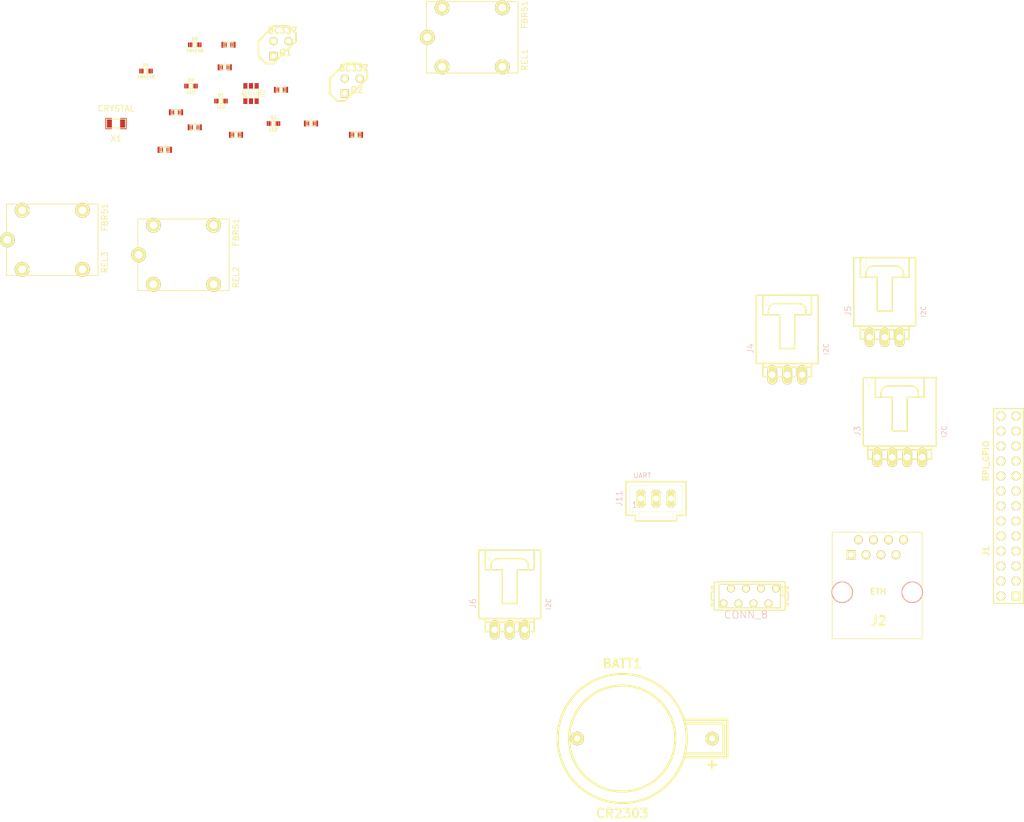
<source format=kicad_pcb>
(kicad_pcb (version 3) (host pcbnew "(2013-may-18)-stable")

  (general
    (links 64)
    (no_connects 64)
    (area 0 0 0 0)
    (thickness 1.6)
    (drawings 0)
    (tracks 0)
    (zones 0)
    (modules 31)
    (nets 33)
  )

  (page A3)
  (layers
    (15 F.Cu signal)
    (0 B.Cu signal)
    (16 B.Adhes user)
    (17 F.Adhes user)
    (18 B.Paste user)
    (19 F.Paste user)
    (20 B.SilkS user)
    (21 F.SilkS user)
    (22 B.Mask user)
    (23 F.Mask user)
    (24 Dwgs.User user)
    (25 Cmts.User user)
    (26 Eco1.User user)
    (27 Eco2.User user)
    (28 Edge.Cuts user)
  )

  (setup
    (last_trace_width 0.254)
    (trace_clearance 0.254)
    (zone_clearance 0.508)
    (zone_45_only no)
    (trace_min 0.254)
    (segment_width 0.2)
    (edge_width 0.1)
    (via_size 0.889)
    (via_drill 0.635)
    (via_min_size 0.889)
    (via_min_drill 0.508)
    (uvia_size 0.508)
    (uvia_drill 0.127)
    (uvias_allowed no)
    (uvia_min_size 0.508)
    (uvia_min_drill 0.127)
    (pcb_text_width 0.3)
    (pcb_text_size 1.5 1.5)
    (mod_edge_width 0.15)
    (mod_text_size 1 1)
    (mod_text_width 0.15)
    (pad_size 1.5 1.5)
    (pad_drill 0.6)
    (pad_to_mask_clearance 0)
    (aux_axis_origin 0 0)
    (visible_elements FFFFFFBF)
    (pcbplotparams
      (layerselection 3178497)
      (usegerberextensions true)
      (excludeedgelayer true)
      (linewidth 0.150000)
      (plotframeref false)
      (viasonmask false)
      (mode 1)
      (useauxorigin false)
      (hpglpennumber 1)
      (hpglpenspeed 20)
      (hpglpendiameter 15)
      (hpglpenoverlay 2)
      (psnegative false)
      (psa4output false)
      (plotreference true)
      (plotvalue true)
      (plotothertext true)
      (plotinvisibletext false)
      (padsonsilk false)
      (subtractmaskfromsilk false)
      (outputformat 1)
      (mirror false)
      (drillshape 1)
      (scaleselection 1)
      (outputdirectory ""))
  )

  (net 0 "")
  (net 1 +12V)
  (net 2 +5C)
  (net 3 +5V)
  (net 4 /+3V3)
  (net 5 /LED1)
  (net 6 /LED2)
  (net 7 /LED3)
  (net 8 /RX)
  (net 9 /RX+)
  (net 10 /RX-)
  (net 11 /TX)
  (net 12 /TX+)
  (net 13 /TX-)
  (net 14 AKU+)
  (net 15 N-0000010)
  (net 16 N-0000011)
  (net 17 N-0000012)
  (net 18 N-0000013)
  (net 19 N-000002)
  (net 20 N-000003)
  (net 21 N-000004)
  (net 22 N-0000042)
  (net 23 N-0000043)
  (net 24 N-0000045)
  (net 25 N-0000051)
  (net 26 N-000009)
  (net 27 PoE+)
  (net 28 PoE-)
  (net 29 REL#1)
  (net 30 REL#2)
  (net 31 SCL)
  (net 32 SDA)

  (net_class Default "This is the default net class."
    (clearance 0.254)
    (trace_width 0.254)
    (via_dia 0.889)
    (via_drill 0.635)
    (uvia_dia 0.508)
    (uvia_drill 0.127)
    (add_net "")
    (add_net +12V)
    (add_net +5C)
    (add_net +5V)
    (add_net /+3V3)
    (add_net /LED1)
    (add_net /LED2)
    (add_net /LED3)
    (add_net /RX)
    (add_net /RX+)
    (add_net /RX-)
    (add_net /TX)
    (add_net /TX+)
    (add_net /TX-)
    (add_net AKU+)
    (add_net N-0000010)
    (add_net N-0000011)
    (add_net N-0000012)
    (add_net N-0000013)
    (add_net N-000002)
    (add_net N-000003)
    (add_net N-000004)
    (add_net N-0000042)
    (add_net N-0000043)
    (add_net N-0000045)
    (add_net N-0000051)
    (add_net N-000009)
    (add_net PoE+)
    (add_net PoE-)
    (add_net REL#1)
    (add_net REL#2)
    (add_net SCL)
    (add_net SDA)
  )

  (module WZ04R (layer F.Cu) (tedit 200000) (tstamp 5373DD19)
    (at 124.46 44.45)
    (descr "C-GRID SL CONNECTOR")
    (tags "C-GRID SL CONNECTOR")
    (path /5373B53F)
    (attr virtual)
    (fp_text reference J3 (at -7.17296 3.175 90) (layer B.SilkS)
      (effects (font (size 1.016 1.016) (thickness 0.0889)))
    )
    (fp_text value I2C (at 7.5311 3.2766 90) (layer B.SilkS)
      (effects (font (size 0.8128 0.8128) (thickness 0.0889)))
    )
    (fp_line (start -4.1275 7.62) (end -3.4925 7.62) (layer F.SilkS) (width 0.06604))
    (fp_line (start -3.4925 7.62) (end -3.4925 6.35) (layer F.SilkS) (width 0.06604))
    (fp_line (start -4.1275 6.35) (end -3.4925 6.35) (layer F.SilkS) (width 0.06604))
    (fp_line (start -4.1275 7.62) (end -4.1275 6.35) (layer F.SilkS) (width 0.06604))
    (fp_line (start -1.5875 7.62) (end -0.9525 7.62) (layer F.SilkS) (width 0.06604))
    (fp_line (start -0.9525 7.62) (end -0.9525 6.35) (layer F.SilkS) (width 0.06604))
    (fp_line (start -1.5875 6.35) (end -0.9525 6.35) (layer F.SilkS) (width 0.06604))
    (fp_line (start -1.5875 7.62) (end -1.5875 6.35) (layer F.SilkS) (width 0.06604))
    (fp_line (start 0.9525 7.62) (end 1.5875 7.62) (layer F.SilkS) (width 0.06604))
    (fp_line (start 1.5875 7.62) (end 1.5875 6.35) (layer F.SilkS) (width 0.06604))
    (fp_line (start 0.9525 6.35) (end 1.5875 6.35) (layer F.SilkS) (width 0.06604))
    (fp_line (start 0.9525 7.62) (end 0.9525 6.35) (layer F.SilkS) (width 0.06604))
    (fp_line (start 3.4925 7.62) (end 4.1275 7.62) (layer F.SilkS) (width 0.06604))
    (fp_line (start 4.1275 7.62) (end 4.1275 6.35) (layer F.SilkS) (width 0.06604))
    (fp_line (start 3.4925 6.35) (end 4.1275 6.35) (layer F.SilkS) (width 0.06604))
    (fp_line (start 3.4925 7.62) (end 3.4925 6.35) (layer F.SilkS) (width 0.06604))
    (fp_line (start 6.18998 -5.87248) (end 4.1275 -5.87248) (layer F.SilkS) (width 0.254))
    (fp_line (start 4.1275 -5.87248) (end -6.18998 -5.87248) (layer F.SilkS) (width 0.254))
    (fp_line (start -6.18998 -5.87248) (end -6.18998 5.715) (layer F.SilkS) (width 0.254))
    (fp_line (start -6.18998 5.715) (end 6.18998 5.715) (layer F.SilkS) (width 0.254))
    (fp_line (start 6.18998 5.715) (end 6.18998 -5.87248) (layer F.SilkS) (width 0.254))
    (fp_line (start -1.27 -2.54) (end -1.27 3.175) (layer F.SilkS) (width 0.254))
    (fp_line (start -1.27 3.175) (end 1.27 3.175) (layer F.SilkS) (width 0.254))
    (fp_line (start 1.27 3.175) (end 1.27 -2.54) (layer F.SilkS) (width 0.254))
    (fp_line (start -4.1275 -5.87248) (end -4.1275 -2.54) (layer F.SilkS) (width 0.254))
    (fp_line (start -4.1275 -2.54) (end -3.175 -2.54) (layer F.SilkS) (width 0.254))
    (fp_line (start -3.175 -2.54) (end -1.27 -2.54) (layer F.SilkS) (width 0.254))
    (fp_line (start 1.27 -2.54) (end 3.175 -2.54) (layer F.SilkS) (width 0.254))
    (fp_line (start 3.175 -2.54) (end 4.1275 -2.54) (layer F.SilkS) (width 0.254))
    (fp_line (start 4.1275 -2.54) (end 4.1275 -5.87248) (layer F.SilkS) (width 0.254))
    (fp_line (start -3.175 -2.54) (end -3.175 -3.175) (layer F.SilkS) (width 0.254))
    (fp_line (start -1.905 -4.445) (end 1.905 -4.445) (layer F.SilkS) (width 0.254))
    (fp_line (start 3.175 -3.175) (end 3.175 -2.54) (layer F.SilkS) (width 0.254))
    (fp_line (start -5.3975 6.35) (end -3.175 6.35) (layer F.SilkS) (width 0.254))
    (fp_line (start -3.175 6.35) (end -1.905 6.35) (layer F.SilkS) (width 0.254))
    (fp_line (start -3.175 6.35) (end -3.175 7.6835) (layer F.SilkS) (width 0.254))
    (fp_line (start -1.905 6.35) (end -1.905 7.6835) (layer F.SilkS) (width 0.254))
    (fp_line (start -2.159 7.9375) (end -2.921 7.9375) (layer F.SilkS) (width 0.254))
    (fp_line (start -1.905 6.35) (end -0.635 6.35) (layer F.SilkS) (width 0.127))
    (fp_line (start -0.635 6.35) (end 0.635 6.35) (layer F.SilkS) (width 0.254))
    (fp_line (start -0.635 6.35) (end -0.635 7.6835) (layer F.SilkS) (width 0.254))
    (fp_line (start 0.635 6.35) (end 0.635 7.6835) (layer F.SilkS) (width 0.254))
    (fp_line (start 0.381 7.9375) (end -0.381 7.9375) (layer F.SilkS) (width 0.254))
    (fp_line (start 0.635 6.35) (end 1.905 6.35) (layer F.SilkS) (width 0.127))
    (fp_line (start 1.905 6.35) (end 3.175 6.35) (layer F.SilkS) (width 0.254))
    (fp_line (start 1.905 6.35) (end 1.905 7.6835) (layer F.SilkS) (width 0.254))
    (fp_line (start 3.175 6.35) (end 3.175 7.6835) (layer F.SilkS) (width 0.254))
    (fp_line (start 2.921 7.9375) (end 2.159 7.9375) (layer F.SilkS) (width 0.254))
    (fp_line (start 3.175 6.35) (end 4.445 6.35) (layer F.SilkS) (width 0.127))
    (fp_line (start -5.3975 5.715) (end -5.3975 6.35) (layer F.SilkS) (width 0.254))
    (fp_line (start -5.3975 6.35) (end -5.3975 7.9375) (layer F.SilkS) (width 0.254))
    (fp_line (start -4.445 6.35) (end -4.445 7.6835) (layer F.SilkS) (width 0.254))
    (fp_line (start -4.699 7.9375) (end -5.3975 7.9375) (layer F.SilkS) (width 0.254))
    (fp_line (start 4.445 6.35) (end 4.445 7.6835) (layer F.SilkS) (width 0.254))
    (fp_line (start 4.699 7.9375) (end 5.3975 7.9375) (layer F.SilkS) (width 0.254))
    (fp_line (start 5.3975 7.9375) (end 5.3975 6.35) (layer F.SilkS) (width 0.254))
    (fp_line (start 5.3975 6.35) (end 5.3975 5.715) (layer F.SilkS) (width 0.254))
    (fp_line (start 4.445 6.35) (end 5.3975 6.35) (layer F.SilkS) (width 0.254))
    (fp_line (start -5.715 -5.87248) (end -5.23748 -3.96748) (layer F.SilkS) (width 0.0508))
    (fp_line (start -5.23748 -3.96748) (end -4.7625 -5.87248) (layer F.SilkS) (width 0.0508))
    (fp_line (start -4.7625 -5.87248) (end -5.715 -5.87248) (layer F.SilkS) (width 0.0508))
    (fp_arc (start -1.905 -3.175) (end -3.175 -3.175) (angle 90) (layer F.SilkS) (width 0.254))
    (fp_arc (start 1.905 -3.175) (end 1.905 -4.445) (angle 90) (layer F.SilkS) (width 0.254))
    (fp_arc (start -2.921 7.6835) (end -2.921 7.9375) (angle 90) (layer F.SilkS) (width 0.254))
    (fp_arc (start -2.159 7.6835) (end -1.905 7.6835) (angle 90) (layer F.SilkS) (width 0.254))
    (fp_arc (start -0.381 7.6835) (end -0.381 7.9375) (angle 90) (layer F.SilkS) (width 0.254))
    (fp_arc (start 0.381 7.6835) (end 0.635 7.6835) (angle 90) (layer F.SilkS) (width 0.254))
    (fp_arc (start 2.159 7.6835) (end 2.159 7.9375) (angle 90) (layer F.SilkS) (width 0.254))
    (fp_arc (start 2.921 7.6835) (end 3.175 7.6835) (angle 90) (layer F.SilkS) (width 0.254))
    (fp_arc (start -4.699 7.6835) (end -4.445 7.6835) (angle 90) (layer F.SilkS) (width 0.254))
    (fp_arc (start 4.699 7.6835) (end 4.699 7.9375) (angle 90) (layer F.SilkS) (width 0.254))
    (pad 1 thru_hole oval (at -3.81 7.62) (size 1.6383 3.2766) (drill 1.08966)
      (layers *.Cu F.Paste F.SilkS F.Mask)
      (net 32 SDA)
    )
    (pad 2 thru_hole oval (at -1.27 7.62) (size 1.6383 3.2766) (drill 1.08966)
      (layers *.Cu F.Paste F.SilkS F.Mask)
      (net 31 SCL)
    )
    (pad 3 thru_hole oval (at 1.27 7.62) (size 1.6383 3.2766) (drill 1.08966)
      (layers *.Cu F.Paste F.SilkS F.Mask)
      (net 28 PoE-)
    )
    (pad 4 thru_hole oval (at 3.81 7.62) (size 1.6383 3.2766) (drill 1.08966)
      (layers *.Cu F.Paste F.SilkS F.Mask)
      (net 2 +5C)
    )
  )

  (module WZ03S (layer F.Cu) (tedit 200000) (tstamp 5373DD3E)
    (at 83.185 59.055)
    (descr "C-GRID SL CONNECTOR")
    (tags "C-GRID SL CONNECTOR")
    (path /53721CC4)
    (attr virtual)
    (fp_text reference J11 (at -6.223 0 90) (layer B.SilkS)
      (effects (font (size 1.016 1.016) (thickness 0.0889)))
    )
    (fp_text value UART (at -2.3241 -3.8989) (layer B.SilkS)
      (effects (font (size 0.8128 0.8128) (thickness 0.0889)))
    )
    (fp_line (start -0.23622 0.23622) (end 0.23622 0.23622) (layer F.SilkS) (width 0.06604))
    (fp_line (start 0.23622 0.23622) (end 0.23622 -0.23622) (layer F.SilkS) (width 0.06604))
    (fp_line (start -0.23622 -0.23622) (end 0.23622 -0.23622) (layer F.SilkS) (width 0.06604))
    (fp_line (start -0.23622 0.23622) (end -0.23622 -0.23622) (layer F.SilkS) (width 0.06604))
    (fp_line (start -2.77622 0.23622) (end -2.30124 0.23622) (layer F.SilkS) (width 0.06604))
    (fp_line (start -2.30124 0.23622) (end -2.30124 -0.23622) (layer F.SilkS) (width 0.06604))
    (fp_line (start -2.77622 -0.23622) (end -2.30124 -0.23622) (layer F.SilkS) (width 0.06604))
    (fp_line (start -2.77622 0.23622) (end -2.77622 -0.23622) (layer F.SilkS) (width 0.06604))
    (fp_line (start 2.30124 0.23622) (end 2.77622 0.23622) (layer F.SilkS) (width 0.06604))
    (fp_line (start 2.77622 0.23622) (end 2.77622 -0.23622) (layer F.SilkS) (width 0.06604))
    (fp_line (start 2.30124 -0.23622) (end 2.77622 -0.23622) (layer F.SilkS) (width 0.06604))
    (fp_line (start 2.30124 0.23622) (end 2.30124 -0.23622) (layer F.SilkS) (width 0.06604))
    (fp_line (start 5.08 2.8575) (end 5.08 -2.8575) (layer F.SilkS) (width 0.254))
    (fp_line (start 5.08 -2.8575) (end -5.08 -2.8575) (layer F.SilkS) (width 0.254))
    (fp_line (start -5.08 -2.8575) (end -5.08 2.8575) (layer F.SilkS) (width 0.254))
    (fp_line (start -5.08 2.8575) (end -3.4925 2.8575) (layer F.SilkS) (width 0.254))
    (fp_line (start -3.4925 2.8575) (end -3.4925 3.81) (layer F.SilkS) (width 0.254))
    (fp_line (start -3.4925 3.81) (end 3.4925 3.81) (layer F.SilkS) (width 0.254))
    (fp_line (start 3.4925 3.81) (end 3.4925 2.8575) (layer F.SilkS) (width 0.254))
    (fp_line (start 3.4925 2.8575) (end 5.08 2.8575) (layer F.SilkS) (width 0.254))
    (fp_line (start -4.445 -2.2225) (end -4.445 2.2225) (layer F.SilkS) (width 0.0508))
    (fp_line (start 4.445 -2.2225) (end 4.445 2.2225) (layer F.SilkS) (width 0.0508))
    (fp_line (start -4.445 -2.2225) (end 4.445 -2.2225) (layer F.SilkS) (width 0.0508))
    (fp_line (start -4.445 2.2225) (end -2.8575 2.2225) (layer F.SilkS) (width 0.0508))
    (fp_line (start -2.8575 2.2225) (end 2.8575 2.2225) (layer F.SilkS) (width 0.0508))
    (fp_line (start 2.8575 2.2225) (end 4.445 2.2225) (layer F.SilkS) (width 0.0508))
    (fp_line (start 2.8575 3.175) (end -2.8575 3.175) (layer F.SilkS) (width 0.0508))
    (fp_line (start -2.8575 2.2225) (end -2.8575 3.175) (layer F.SilkS) (width 0.0508))
    (fp_line (start 2.8575 2.2225) (end 2.8575 3.175) (layer F.SilkS) (width 0.0508))
    (fp_text user 1 (at -3.61696 1.0795) (layer B.SilkS)
      (effects (font (size 1.016 1.016) (thickness 0.0889)))
    )
    (pad 1 thru_hole oval (at -2.54 0) (size 1.524 3.048) (drill 1.016)
      (layers *.Cu F.Paste F.SilkS F.Mask)
      (net 28 PoE-)
    )
    (pad 2 thru_hole oval (at 0 0) (size 1.524 3.048) (drill 1.016)
      (layers *.Cu F.Paste F.SilkS F.Mask)
      (net 8 /RX)
    )
    (pad 3 thru_hole oval (at 2.54 0) (size 1.524 3.048) (drill 1.016)
      (layers *.Cu F.Paste F.SilkS F.Mask)
      (net 11 /TX)
    )
  )

  (module WZ03R (layer F.Cu) (tedit 200000) (tstamp 5373DD82)
    (at 105.41 30.48)
    (descr "C-GRID SL CONNECTOR")
    (tags "C-GRID SL CONNECTOR")
    (path /5373B4DF)
    (attr virtual)
    (fp_text reference J4 (at -6.223 3.175 90) (layer B.SilkS)
      (effects (font (size 1.016 1.016) (thickness 0.0889)))
    )
    (fp_text value I2C (at 6.5786 3.2766 90) (layer B.SilkS)
      (effects (font (size 0.8128 0.8128) (thickness 0.0889)))
    )
    (fp_line (start -2.8575 7.62) (end -2.2225 7.62) (layer F.SilkS) (width 0.06604))
    (fp_line (start -2.2225 7.62) (end -2.2225 6.35) (layer F.SilkS) (width 0.06604))
    (fp_line (start -2.8575 6.35) (end -2.2225 6.35) (layer F.SilkS) (width 0.06604))
    (fp_line (start -2.8575 7.62) (end -2.8575 6.35) (layer F.SilkS) (width 0.06604))
    (fp_line (start -0.3175 7.62) (end 0.3175 7.62) (layer F.SilkS) (width 0.06604))
    (fp_line (start 0.3175 7.62) (end 0.3175 6.35) (layer F.SilkS) (width 0.06604))
    (fp_line (start -0.3175 6.35) (end 0.3175 6.35) (layer F.SilkS) (width 0.06604))
    (fp_line (start -0.3175 7.62) (end -0.3175 6.35) (layer F.SilkS) (width 0.06604))
    (fp_line (start 2.2225 7.62) (end 2.8575 7.62) (layer F.SilkS) (width 0.06604))
    (fp_line (start 2.8575 7.62) (end 2.8575 6.35) (layer F.SilkS) (width 0.06604))
    (fp_line (start 2.2225 6.35) (end 2.8575 6.35) (layer F.SilkS) (width 0.06604))
    (fp_line (start 2.2225 7.62) (end 2.2225 6.35) (layer F.SilkS) (width 0.06604))
    (fp_line (start 5.23748 -5.87248) (end 4.1275 -5.87248) (layer F.SilkS) (width 0.254))
    (fp_line (start 4.1275 -5.87248) (end -5.23748 -5.87248) (layer F.SilkS) (width 0.254))
    (fp_line (start -5.23748 -5.87248) (end -5.23748 5.715) (layer F.SilkS) (width 0.254))
    (fp_line (start -1.27 -2.54) (end -1.27 3.175) (layer F.SilkS) (width 0.254))
    (fp_line (start -1.27 3.175) (end 1.27 3.175) (layer F.SilkS) (width 0.254))
    (fp_line (start 1.27 3.175) (end 1.27 -2.54) (layer F.SilkS) (width 0.254))
    (fp_line (start -4.1275 -5.87248) (end -4.1275 -2.54) (layer F.SilkS) (width 0.254))
    (fp_line (start -4.1275 -2.54) (end -3.175 -2.54) (layer F.SilkS) (width 0.254))
    (fp_line (start -3.175 -2.54) (end -1.27 -2.54) (layer F.SilkS) (width 0.254))
    (fp_line (start 1.27 -2.54) (end 3.175 -2.54) (layer F.SilkS) (width 0.254))
    (fp_line (start 3.175 -2.54) (end 4.1275 -2.54) (layer F.SilkS) (width 0.254))
    (fp_line (start 4.1275 -2.54) (end 4.1275 -5.87248) (layer F.SilkS) (width 0.254))
    (fp_line (start -3.175 -2.54) (end -3.175 -3.175) (layer F.SilkS) (width 0.254))
    (fp_line (start -1.905 -4.445) (end 1.905 -4.445) (layer F.SilkS) (width 0.254))
    (fp_line (start 3.175 -3.175) (end 3.175 -2.54) (layer F.SilkS) (width 0.254))
    (fp_line (start -5.23748 5.715) (end 5.23748 5.715) (layer F.SilkS) (width 0.254))
    (fp_line (start 5.23748 5.715) (end 5.23748 -5.87248) (layer F.SilkS) (width 0.254))
    (fp_line (start -4.1275 5.715) (end -4.1275 6.35) (layer F.SilkS) (width 0.254))
    (fp_line (start -4.1275 6.35) (end -4.1275 7.9375) (layer F.SilkS) (width 0.254))
    (fp_line (start -4.1275 6.35) (end -3.175 6.35) (layer F.SilkS) (width 0.254))
    (fp_line (start -3.175 6.35) (end -1.905 6.35) (layer F.SilkS) (width 0.127))
    (fp_line (start -1.905 6.35) (end -0.635 6.35) (layer F.SilkS) (width 0.254))
    (fp_line (start -0.635 6.35) (end 0.635 6.35) (layer F.SilkS) (width 0.127))
    (fp_line (start 0.635 6.35) (end 1.5875 6.35) (layer F.SilkS) (width 0.254))
    (fp_line (start -3.175 6.35) (end -3.175 7.6835) (layer F.SilkS) (width 0.254))
    (fp_line (start -3.429 7.9375) (end -4.1275 7.9375) (layer F.SilkS) (width 0.254))
    (fp_line (start -1.905 6.35) (end -1.905 7.6835) (layer F.SilkS) (width 0.254))
    (fp_line (start -0.635 6.35) (end -0.635 7.6835) (layer F.SilkS) (width 0.254))
    (fp_line (start -0.889 7.9375) (end -1.651 7.9375) (layer F.SilkS) (width 0.254))
    (fp_line (start 0.635 6.35) (end 0.635 7.6835) (layer F.SilkS) (width 0.254))
    (fp_line (start 0.889 7.9375) (end 1.3335 7.9375) (layer F.SilkS) (width 0.254))
    (fp_line (start 1.5875 7.6835) (end 1.5875 6.35) (layer F.SilkS) (width 0.254))
    (fp_line (start 4.1275 7.9375) (end 4.1275 6.35) (layer F.SilkS) (width 0.254))
    (fp_line (start 4.1275 6.35) (end 4.1275 5.715) (layer F.SilkS) (width 0.254))
    (fp_line (start 1.5875 6.35) (end 3.175 6.35) (layer F.SilkS) (width 0.127))
    (fp_line (start 3.175 6.35) (end 4.1275 6.35) (layer F.SilkS) (width 0.254))
    (fp_line (start 3.175 6.35) (end 3.175 7.6835) (layer F.SilkS) (width 0.254))
    (fp_line (start 3.429 7.9375) (end 4.1275 7.9375) (layer F.SilkS) (width 0.254))
    (fp_line (start -3.96748 -5.87248) (end -3.48996 -3.96748) (layer F.SilkS) (width 0.0508))
    (fp_line (start -3.48996 -3.96748) (end -3.01498 -5.87248) (layer F.SilkS) (width 0.0508))
    (fp_line (start -3.01498 -5.87248) (end -3.96748 -5.87248) (layer F.SilkS) (width 0.0508))
    (fp_arc (start -1.905 -3.175) (end -3.175 -3.175) (angle 90) (layer F.SilkS) (width 0.254))
    (fp_arc (start 1.905 -3.175) (end 1.905 -4.445) (angle 90) (layer F.SilkS) (width 0.254))
    (fp_arc (start -3.429 7.6835) (end -3.175 7.6835) (angle 90) (layer F.SilkS) (width 0.254))
    (fp_arc (start -1.651 7.6835) (end -1.651 7.9375) (angle 90) (layer F.SilkS) (width 0.254))
    (fp_arc (start -0.889 7.6835) (end -0.635 7.6835) (angle 90) (layer F.SilkS) (width 0.254))
    (fp_arc (start 0.889 7.6835) (end 0.889 7.9375) (angle 90) (layer F.SilkS) (width 0.254))
    (fp_arc (start 1.3335 7.6835) (end 1.5875 7.6835) (angle 90) (layer F.SilkS) (width 0.254))
    (fp_arc (start 3.429 7.6835) (end 3.429 7.9375) (angle 90) (layer F.SilkS) (width 0.254))
    (pad 1 thru_hole oval (at -2.54 7.62) (size 1.6383 3.2766) (drill 1.08966)
      (layers *.Cu F.Paste F.SilkS F.Mask)
      (net 32 SDA)
    )
    (pad 2 thru_hole oval (at 0 7.62) (size 1.6383 3.2766) (drill 1.08966)
      (layers *.Cu F.Paste F.SilkS F.Mask)
      (net 31 SCL)
    )
    (pad 3 thru_hole oval (at 2.54 7.62) (size 1.6383 3.2766) (drill 1.08966)
      (layers *.Cu F.Paste F.SilkS F.Mask)
      (net 28 PoE-)
    )
  )

  (module WZ03R (layer F.Cu) (tedit 200000) (tstamp 5373DDC6)
    (at 121.92 24.13)
    (descr "C-GRID SL CONNECTOR")
    (tags "C-GRID SL CONNECTOR")
    (path /5373B4D9)
    (attr virtual)
    (fp_text reference J5 (at -6.223 3.175 90) (layer B.SilkS)
      (effects (font (size 1.016 1.016) (thickness 0.0889)))
    )
    (fp_text value I2C (at 6.5786 3.2766 90) (layer B.SilkS)
      (effects (font (size 0.8128 0.8128) (thickness 0.0889)))
    )
    (fp_line (start -2.8575 7.62) (end -2.2225 7.62) (layer F.SilkS) (width 0.06604))
    (fp_line (start -2.2225 7.62) (end -2.2225 6.35) (layer F.SilkS) (width 0.06604))
    (fp_line (start -2.8575 6.35) (end -2.2225 6.35) (layer F.SilkS) (width 0.06604))
    (fp_line (start -2.8575 7.62) (end -2.8575 6.35) (layer F.SilkS) (width 0.06604))
    (fp_line (start -0.3175 7.62) (end 0.3175 7.62) (layer F.SilkS) (width 0.06604))
    (fp_line (start 0.3175 7.62) (end 0.3175 6.35) (layer F.SilkS) (width 0.06604))
    (fp_line (start -0.3175 6.35) (end 0.3175 6.35) (layer F.SilkS) (width 0.06604))
    (fp_line (start -0.3175 7.62) (end -0.3175 6.35) (layer F.SilkS) (width 0.06604))
    (fp_line (start 2.2225 7.62) (end 2.8575 7.62) (layer F.SilkS) (width 0.06604))
    (fp_line (start 2.8575 7.62) (end 2.8575 6.35) (layer F.SilkS) (width 0.06604))
    (fp_line (start 2.2225 6.35) (end 2.8575 6.35) (layer F.SilkS) (width 0.06604))
    (fp_line (start 2.2225 7.62) (end 2.2225 6.35) (layer F.SilkS) (width 0.06604))
    (fp_line (start 5.23748 -5.87248) (end 4.1275 -5.87248) (layer F.SilkS) (width 0.254))
    (fp_line (start 4.1275 -5.87248) (end -5.23748 -5.87248) (layer F.SilkS) (width 0.254))
    (fp_line (start -5.23748 -5.87248) (end -5.23748 5.715) (layer F.SilkS) (width 0.254))
    (fp_line (start -1.27 -2.54) (end -1.27 3.175) (layer F.SilkS) (width 0.254))
    (fp_line (start -1.27 3.175) (end 1.27 3.175) (layer F.SilkS) (width 0.254))
    (fp_line (start 1.27 3.175) (end 1.27 -2.54) (layer F.SilkS) (width 0.254))
    (fp_line (start -4.1275 -5.87248) (end -4.1275 -2.54) (layer F.SilkS) (width 0.254))
    (fp_line (start -4.1275 -2.54) (end -3.175 -2.54) (layer F.SilkS) (width 0.254))
    (fp_line (start -3.175 -2.54) (end -1.27 -2.54) (layer F.SilkS) (width 0.254))
    (fp_line (start 1.27 -2.54) (end 3.175 -2.54) (layer F.SilkS) (width 0.254))
    (fp_line (start 3.175 -2.54) (end 4.1275 -2.54) (layer F.SilkS) (width 0.254))
    (fp_line (start 4.1275 -2.54) (end 4.1275 -5.87248) (layer F.SilkS) (width 0.254))
    (fp_line (start -3.175 -2.54) (end -3.175 -3.175) (layer F.SilkS) (width 0.254))
    (fp_line (start -1.905 -4.445) (end 1.905 -4.445) (layer F.SilkS) (width 0.254))
    (fp_line (start 3.175 -3.175) (end 3.175 -2.54) (layer F.SilkS) (width 0.254))
    (fp_line (start -5.23748 5.715) (end 5.23748 5.715) (layer F.SilkS) (width 0.254))
    (fp_line (start 5.23748 5.715) (end 5.23748 -5.87248) (layer F.SilkS) (width 0.254))
    (fp_line (start -4.1275 5.715) (end -4.1275 6.35) (layer F.SilkS) (width 0.254))
    (fp_line (start -4.1275 6.35) (end -4.1275 7.9375) (layer F.SilkS) (width 0.254))
    (fp_line (start -4.1275 6.35) (end -3.175 6.35) (layer F.SilkS) (width 0.254))
    (fp_line (start -3.175 6.35) (end -1.905 6.35) (layer F.SilkS) (width 0.127))
    (fp_line (start -1.905 6.35) (end -0.635 6.35) (layer F.SilkS) (width 0.254))
    (fp_line (start -0.635 6.35) (end 0.635 6.35) (layer F.SilkS) (width 0.127))
    (fp_line (start 0.635 6.35) (end 1.5875 6.35) (layer F.SilkS) (width 0.254))
    (fp_line (start -3.175 6.35) (end -3.175 7.6835) (layer F.SilkS) (width 0.254))
    (fp_line (start -3.429 7.9375) (end -4.1275 7.9375) (layer F.SilkS) (width 0.254))
    (fp_line (start -1.905 6.35) (end -1.905 7.6835) (layer F.SilkS) (width 0.254))
    (fp_line (start -0.635 6.35) (end -0.635 7.6835) (layer F.SilkS) (width 0.254))
    (fp_line (start -0.889 7.9375) (end -1.651 7.9375) (layer F.SilkS) (width 0.254))
    (fp_line (start 0.635 6.35) (end 0.635 7.6835) (layer F.SilkS) (width 0.254))
    (fp_line (start 0.889 7.9375) (end 1.3335 7.9375) (layer F.SilkS) (width 0.254))
    (fp_line (start 1.5875 7.6835) (end 1.5875 6.35) (layer F.SilkS) (width 0.254))
    (fp_line (start 4.1275 7.9375) (end 4.1275 6.35) (layer F.SilkS) (width 0.254))
    (fp_line (start 4.1275 6.35) (end 4.1275 5.715) (layer F.SilkS) (width 0.254))
    (fp_line (start 1.5875 6.35) (end 3.175 6.35) (layer F.SilkS) (width 0.127))
    (fp_line (start 3.175 6.35) (end 4.1275 6.35) (layer F.SilkS) (width 0.254))
    (fp_line (start 3.175 6.35) (end 3.175 7.6835) (layer F.SilkS) (width 0.254))
    (fp_line (start 3.429 7.9375) (end 4.1275 7.9375) (layer F.SilkS) (width 0.254))
    (fp_line (start -3.96748 -5.87248) (end -3.48996 -3.96748) (layer F.SilkS) (width 0.0508))
    (fp_line (start -3.48996 -3.96748) (end -3.01498 -5.87248) (layer F.SilkS) (width 0.0508))
    (fp_line (start -3.01498 -5.87248) (end -3.96748 -5.87248) (layer F.SilkS) (width 0.0508))
    (fp_arc (start -1.905 -3.175) (end -3.175 -3.175) (angle 90) (layer F.SilkS) (width 0.254))
    (fp_arc (start 1.905 -3.175) (end 1.905 -4.445) (angle 90) (layer F.SilkS) (width 0.254))
    (fp_arc (start -3.429 7.6835) (end -3.175 7.6835) (angle 90) (layer F.SilkS) (width 0.254))
    (fp_arc (start -1.651 7.6835) (end -1.651 7.9375) (angle 90) (layer F.SilkS) (width 0.254))
    (fp_arc (start -0.889 7.6835) (end -0.635 7.6835) (angle 90) (layer F.SilkS) (width 0.254))
    (fp_arc (start 0.889 7.6835) (end 0.889 7.9375) (angle 90) (layer F.SilkS) (width 0.254))
    (fp_arc (start 1.3335 7.6835) (end 1.5875 7.6835) (angle 90) (layer F.SilkS) (width 0.254))
    (fp_arc (start 3.429 7.6835) (end 3.429 7.9375) (angle 90) (layer F.SilkS) (width 0.254))
    (pad 1 thru_hole oval (at -2.54 7.62) (size 1.6383 3.2766) (drill 1.08966)
      (layers *.Cu F.Paste F.SilkS F.Mask)
      (net 32 SDA)
    )
    (pad 2 thru_hole oval (at 0 7.62) (size 1.6383 3.2766) (drill 1.08966)
      (layers *.Cu F.Paste F.SilkS F.Mask)
      (net 31 SCL)
    )
    (pad 3 thru_hole oval (at 2.54 7.62) (size 1.6383 3.2766) (drill 1.08966)
      (layers *.Cu F.Paste F.SilkS F.Mask)
      (net 28 PoE-)
    )
  )

  (module WZ03R (layer F.Cu) (tedit 200000) (tstamp 5373DE0A)
    (at 58.42 73.66)
    (descr "C-GRID SL CONNECTOR")
    (tags "C-GRID SL CONNECTOR")
    (path /5373B48C)
    (attr virtual)
    (fp_text reference J6 (at -6.223 3.175 90) (layer B.SilkS)
      (effects (font (size 1.016 1.016) (thickness 0.0889)))
    )
    (fp_text value I2C (at 6.5786 3.2766 90) (layer B.SilkS)
      (effects (font (size 0.8128 0.8128) (thickness 0.0889)))
    )
    (fp_line (start -2.8575 7.62) (end -2.2225 7.62) (layer F.SilkS) (width 0.06604))
    (fp_line (start -2.2225 7.62) (end -2.2225 6.35) (layer F.SilkS) (width 0.06604))
    (fp_line (start -2.8575 6.35) (end -2.2225 6.35) (layer F.SilkS) (width 0.06604))
    (fp_line (start -2.8575 7.62) (end -2.8575 6.35) (layer F.SilkS) (width 0.06604))
    (fp_line (start -0.3175 7.62) (end 0.3175 7.62) (layer F.SilkS) (width 0.06604))
    (fp_line (start 0.3175 7.62) (end 0.3175 6.35) (layer F.SilkS) (width 0.06604))
    (fp_line (start -0.3175 6.35) (end 0.3175 6.35) (layer F.SilkS) (width 0.06604))
    (fp_line (start -0.3175 7.62) (end -0.3175 6.35) (layer F.SilkS) (width 0.06604))
    (fp_line (start 2.2225 7.62) (end 2.8575 7.62) (layer F.SilkS) (width 0.06604))
    (fp_line (start 2.8575 7.62) (end 2.8575 6.35) (layer F.SilkS) (width 0.06604))
    (fp_line (start 2.2225 6.35) (end 2.8575 6.35) (layer F.SilkS) (width 0.06604))
    (fp_line (start 2.2225 7.62) (end 2.2225 6.35) (layer F.SilkS) (width 0.06604))
    (fp_line (start 5.23748 -5.87248) (end 4.1275 -5.87248) (layer F.SilkS) (width 0.254))
    (fp_line (start 4.1275 -5.87248) (end -5.23748 -5.87248) (layer F.SilkS) (width 0.254))
    (fp_line (start -5.23748 -5.87248) (end -5.23748 5.715) (layer F.SilkS) (width 0.254))
    (fp_line (start -1.27 -2.54) (end -1.27 3.175) (layer F.SilkS) (width 0.254))
    (fp_line (start -1.27 3.175) (end 1.27 3.175) (layer F.SilkS) (width 0.254))
    (fp_line (start 1.27 3.175) (end 1.27 -2.54) (layer F.SilkS) (width 0.254))
    (fp_line (start -4.1275 -5.87248) (end -4.1275 -2.54) (layer F.SilkS) (width 0.254))
    (fp_line (start -4.1275 -2.54) (end -3.175 -2.54) (layer F.SilkS) (width 0.254))
    (fp_line (start -3.175 -2.54) (end -1.27 -2.54) (layer F.SilkS) (width 0.254))
    (fp_line (start 1.27 -2.54) (end 3.175 -2.54) (layer F.SilkS) (width 0.254))
    (fp_line (start 3.175 -2.54) (end 4.1275 -2.54) (layer F.SilkS) (width 0.254))
    (fp_line (start 4.1275 -2.54) (end 4.1275 -5.87248) (layer F.SilkS) (width 0.254))
    (fp_line (start -3.175 -2.54) (end -3.175 -3.175) (layer F.SilkS) (width 0.254))
    (fp_line (start -1.905 -4.445) (end 1.905 -4.445) (layer F.SilkS) (width 0.254))
    (fp_line (start 3.175 -3.175) (end 3.175 -2.54) (layer F.SilkS) (width 0.254))
    (fp_line (start -5.23748 5.715) (end 5.23748 5.715) (layer F.SilkS) (width 0.254))
    (fp_line (start 5.23748 5.715) (end 5.23748 -5.87248) (layer F.SilkS) (width 0.254))
    (fp_line (start -4.1275 5.715) (end -4.1275 6.35) (layer F.SilkS) (width 0.254))
    (fp_line (start -4.1275 6.35) (end -4.1275 7.9375) (layer F.SilkS) (width 0.254))
    (fp_line (start -4.1275 6.35) (end -3.175 6.35) (layer F.SilkS) (width 0.254))
    (fp_line (start -3.175 6.35) (end -1.905 6.35) (layer F.SilkS) (width 0.127))
    (fp_line (start -1.905 6.35) (end -0.635 6.35) (layer F.SilkS) (width 0.254))
    (fp_line (start -0.635 6.35) (end 0.635 6.35) (layer F.SilkS) (width 0.127))
    (fp_line (start 0.635 6.35) (end 1.5875 6.35) (layer F.SilkS) (width 0.254))
    (fp_line (start -3.175 6.35) (end -3.175 7.6835) (layer F.SilkS) (width 0.254))
    (fp_line (start -3.429 7.9375) (end -4.1275 7.9375) (layer F.SilkS) (width 0.254))
    (fp_line (start -1.905 6.35) (end -1.905 7.6835) (layer F.SilkS) (width 0.254))
    (fp_line (start -0.635 6.35) (end -0.635 7.6835) (layer F.SilkS) (width 0.254))
    (fp_line (start -0.889 7.9375) (end -1.651 7.9375) (layer F.SilkS) (width 0.254))
    (fp_line (start 0.635 6.35) (end 0.635 7.6835) (layer F.SilkS) (width 0.254))
    (fp_line (start 0.889 7.9375) (end 1.3335 7.9375) (layer F.SilkS) (width 0.254))
    (fp_line (start 1.5875 7.6835) (end 1.5875 6.35) (layer F.SilkS) (width 0.254))
    (fp_line (start 4.1275 7.9375) (end 4.1275 6.35) (layer F.SilkS) (width 0.254))
    (fp_line (start 4.1275 6.35) (end 4.1275 5.715) (layer F.SilkS) (width 0.254))
    (fp_line (start 1.5875 6.35) (end 3.175 6.35) (layer F.SilkS) (width 0.127))
    (fp_line (start 3.175 6.35) (end 4.1275 6.35) (layer F.SilkS) (width 0.254))
    (fp_line (start 3.175 6.35) (end 3.175 7.6835) (layer F.SilkS) (width 0.254))
    (fp_line (start 3.429 7.9375) (end 4.1275 7.9375) (layer F.SilkS) (width 0.254))
    (fp_line (start -3.96748 -5.87248) (end -3.48996 -3.96748) (layer F.SilkS) (width 0.0508))
    (fp_line (start -3.48996 -3.96748) (end -3.01498 -5.87248) (layer F.SilkS) (width 0.0508))
    (fp_line (start -3.01498 -5.87248) (end -3.96748 -5.87248) (layer F.SilkS) (width 0.0508))
    (fp_arc (start -1.905 -3.175) (end -3.175 -3.175) (angle 90) (layer F.SilkS) (width 0.254))
    (fp_arc (start 1.905 -3.175) (end 1.905 -4.445) (angle 90) (layer F.SilkS) (width 0.254))
    (fp_arc (start -3.429 7.6835) (end -3.175 7.6835) (angle 90) (layer F.SilkS) (width 0.254))
    (fp_arc (start -1.651 7.6835) (end -1.651 7.9375) (angle 90) (layer F.SilkS) (width 0.254))
    (fp_arc (start -0.889 7.6835) (end -0.635 7.6835) (angle 90) (layer F.SilkS) (width 0.254))
    (fp_arc (start 0.889 7.6835) (end 0.889 7.9375) (angle 90) (layer F.SilkS) (width 0.254))
    (fp_arc (start 1.3335 7.6835) (end 1.5875 7.6835) (angle 90) (layer F.SilkS) (width 0.254))
    (fp_arc (start 3.429 7.6835) (end 3.429 7.9375) (angle 90) (layer F.SilkS) (width 0.254))
    (pad 1 thru_hole oval (at -2.54 7.62) (size 1.6383 3.2766) (drill 1.08966)
      (layers *.Cu F.Paste F.SilkS F.Mask)
      (net 32 SDA)
    )
    (pad 2 thru_hole oval (at 0 7.62) (size 1.6383 3.2766) (drill 1.08966)
      (layers *.Cu F.Paste F.SilkS F.Mask)
      (net 31 SCL)
    )
    (pad 3 thru_hole oval (at 2.54 7.62) (size 1.6383 3.2766) (drill 1.08966)
      (layers *.Cu F.Paste F.SilkS F.Mask)
      (net 28 PoE-)
    )
  )

  (module TO92-CBE (layer F.Cu) (tedit 4718C200) (tstamp 5373DE19)
    (at 31.75 -10.795)
    (descr "Transistor TO92 brochage type BC237")
    (tags "TR TO92")
    (path /5372325B)
    (fp_text reference Q2 (at 0.762 0.635) (layer F.SilkS)
      (effects (font (size 1.016 1.016) (thickness 0.2032)))
    )
    (fp_text value BC337 (at 0.254 -3.048) (layer F.SilkS)
      (effects (font (size 1.016 1.016) (thickness 0.2032)))
    )
    (fp_line (start -1.27 2.54) (end 2.54 -1.27) (layer F.SilkS) (width 0.3048))
    (fp_line (start 2.54 -1.27) (end 2.54 -2.54) (layer F.SilkS) (width 0.3048))
    (fp_line (start 2.54 -2.54) (end 1.27 -3.81) (layer F.SilkS) (width 0.3048))
    (fp_line (start 1.27 -3.81) (end -1.27 -3.81) (layer F.SilkS) (width 0.3048))
    (fp_line (start -1.27 -3.81) (end -3.81 -1.27) (layer F.SilkS) (width 0.3048))
    (fp_line (start -3.81 -1.27) (end -3.81 1.27) (layer F.SilkS) (width 0.3048))
    (fp_line (start -3.81 1.27) (end -2.54 2.54) (layer F.SilkS) (width 0.3048))
    (fp_line (start -2.54 2.54) (end -1.27 2.54) (layer F.SilkS) (width 0.3048))
    (pad E thru_hole rect (at -1.27 1.27) (size 1.397 1.397) (drill 0.8128)
      (layers *.Cu *.Mask F.SilkS)
    )
    (pad B thru_hole circle (at -1.27 -1.27) (size 1.397 1.397) (drill 0.8128)
      (layers *.Cu *.Mask F.SilkS)
    )
    (pad C thru_hole circle (at 1.27 -1.27) (size 1.397 1.397) (drill 0.8128)
      (layers *.Cu *.Mask F.SilkS)
    )
    (model discret/to98.wrl
      (at (xyz 0 0 0))
      (scale (xyz 1 1 1))
      (rotate (xyz 0 0 0))
    )
  )

  (module TO92-CBE (layer F.Cu) (tedit 4718C200) (tstamp 5373DE28)
    (at 19.685 -17.145)
    (descr "Transistor TO92 brochage type BC237")
    (tags "TR TO92")
    (path /53723242)
    (fp_text reference Q1 (at 0.762 0.635) (layer F.SilkS)
      (effects (font (size 1.016 1.016) (thickness 0.2032)))
    )
    (fp_text value BC337 (at 0.254 -3.048) (layer F.SilkS)
      (effects (font (size 1.016 1.016) (thickness 0.2032)))
    )
    (fp_line (start -1.27 2.54) (end 2.54 -1.27) (layer F.SilkS) (width 0.3048))
    (fp_line (start 2.54 -1.27) (end 2.54 -2.54) (layer F.SilkS) (width 0.3048))
    (fp_line (start 2.54 -2.54) (end 1.27 -3.81) (layer F.SilkS) (width 0.3048))
    (fp_line (start 1.27 -3.81) (end -1.27 -3.81) (layer F.SilkS) (width 0.3048))
    (fp_line (start -1.27 -3.81) (end -3.81 -1.27) (layer F.SilkS) (width 0.3048))
    (fp_line (start -3.81 -1.27) (end -3.81 1.27) (layer F.SilkS) (width 0.3048))
    (fp_line (start -3.81 1.27) (end -2.54 2.54) (layer F.SilkS) (width 0.3048))
    (fp_line (start -2.54 2.54) (end -1.27 2.54) (layer F.SilkS) (width 0.3048))
    (pad E thru_hole rect (at -1.27 1.27) (size 1.397 1.397) (drill 0.8128)
      (layers *.Cu *.Mask F.SilkS)
    )
    (pad B thru_hole circle (at -1.27 -1.27) (size 1.397 1.397) (drill 0.8128)
      (layers *.Cu *.Mask F.SilkS)
    )
    (pad C thru_hole circle (at 1.27 -1.27) (size 1.397 1.397) (drill 0.8128)
      (layers *.Cu *.Mask F.SilkS)
    )
    (model discret/to98.wrl
      (at (xyz 0 0 0))
      (scale (xyz 1 1 1))
      (rotate (xyz 0 0 0))
    )
  )

  (module SOT23_6 (layer F.Cu) (tedit 4ECF791C) (tstamp 5373DE37)
    (at 14.605 -9.525)
    (path /53731381)
    (fp_text reference U2 (at 1.99898 0 90) (layer F.SilkS)
      (effects (font (size 0.762 0.762) (thickness 0.0762)))
    )
    (fp_text value ADS1110 (at 0.0635 0) (layer F.SilkS)
      (effects (font (size 0.50038 0.50038) (thickness 0.0762)))
    )
    (fp_line (start -0.508 0.762) (end -1.27 0.254) (layer F.SilkS) (width 0.127))
    (fp_line (start 1.27 0.762) (end -1.3335 0.762) (layer F.SilkS) (width 0.127))
    (fp_line (start -1.3335 0.762) (end -1.3335 -0.762) (layer F.SilkS) (width 0.127))
    (fp_line (start -1.3335 -0.762) (end 1.27 -0.762) (layer F.SilkS) (width 0.127))
    (fp_line (start 1.27 -0.762) (end 1.27 0.762) (layer F.SilkS) (width 0.127))
    (pad 6 smd rect (at -0.9525 -1.27) (size 0.70104 1.00076)
      (layers F.Cu F.Paste F.Mask)
      (net 28 PoE-)
    )
    (pad 5 smd rect (at 0 -1.27) (size 0.70104 1.00076)
      (layers F.Cu F.Paste F.Mask)
      (net 3 +5V)
    )
    (pad 4 smd rect (at 0.9525 -1.27) (size 0.70104 1.00076)
      (layers F.Cu F.Paste F.Mask)
      (net 32 SDA)
    )
    (pad 3 smd rect (at 0.9525 1.27) (size 0.70104 1.00076)
      (layers F.Cu F.Paste F.Mask)
      (net 31 SCL)
    )
    (pad 2 smd rect (at 0 1.27) (size 0.70104 1.00076)
      (layers F.Cu F.Paste F.Mask)
      (net 28 PoE-)
    )
    (pad 1 smd rect (at -0.9525 1.27) (size 0.70104 1.00076)
      (layers F.Cu F.Paste F.Mask)
      (net 18 N-0000013)
    )
    (model smd/SOT23_6.wrl
      (at (xyz 0 0 0))
      (scale (xyz 0.11 0.11 0.11))
      (rotate (xyz 0 0 0))
    )
  )

  (module RJ45_8 (layer F.Cu) (tedit 4745DA96) (tstamp 5373DE49)
    (at 120.65 74.93)
    (tags RJ45)
    (path /537218EC)
    (fp_text reference J2 (at 0.254 4.826) (layer F.SilkS)
      (effects (font (size 1.524 1.524) (thickness 0.3048)))
    )
    (fp_text value ETH (at 0.14224 -0.1016) (layer F.SilkS)
      (effects (font (size 1.00076 1.00076) (thickness 0.2032)))
    )
    (fp_line (start -7.62 7.874) (end 7.62 7.874) (layer F.SilkS) (width 0.127))
    (fp_line (start 7.62 7.874) (end 7.62 -10.16) (layer F.SilkS) (width 0.127))
    (fp_line (start 7.62 -10.16) (end -7.62 -10.16) (layer F.SilkS) (width 0.127))
    (fp_line (start -7.62 -10.16) (end -7.62 7.874) (layer F.SilkS) (width 0.127))
    (pad Hole np_thru_hole circle (at 5.93852 0) (size 3.64998 3.64998) (drill 3.2512)
      (layers *.Cu *.SilkS *.Mask)
    )
    (pad Hole np_thru_hole circle (at -5.9309 0) (size 3.64998 3.64998) (drill 3.2512)
      (layers *.Cu *.SilkS *.Mask)
    )
    (pad 1 thru_hole rect (at -4.445 -6.35) (size 1.50114 1.50114) (drill 0.89916)
      (layers *.Cu *.Mask F.SilkS)
      (net 12 /TX+)
    )
    (pad 2 thru_hole circle (at -3.175 -8.89) (size 1.50114 1.50114) (drill 0.89916)
      (layers *.Cu *.Mask F.SilkS)
      (net 13 /TX-)
    )
    (pad 3 thru_hole circle (at -1.905 -6.35) (size 1.50114 1.50114) (drill 0.89916)
      (layers *.Cu *.Mask F.SilkS)
      (net 9 /RX+)
    )
    (pad 4 thru_hole circle (at -0.635 -8.89) (size 1.50114 1.50114) (drill 0.89916)
      (layers *.Cu *.Mask F.SilkS)
      (net 27 PoE+)
    )
    (pad 5 thru_hole circle (at 0.635 -6.35) (size 1.50114 1.50114) (drill 0.89916)
      (layers *.Cu *.Mask F.SilkS)
      (net 27 PoE+)
    )
    (pad 6 thru_hole circle (at 1.905 -8.89) (size 1.50114 1.50114) (drill 0.89916)
      (layers *.Cu *.Mask F.SilkS)
      (net 10 /RX-)
    )
    (pad 7 thru_hole circle (at 3.175 -6.35) (size 1.50114 1.50114) (drill 0.89916)
      (layers *.Cu *.Mask F.SilkS)
      (net 28 PoE-)
    )
    (pad 8 thru_hole circle (at 4.445 -8.89) (size 1.50114 1.50114) (drill 0.89916)
      (layers *.Cu *.Mask F.SilkS)
      (net 28 PoE-)
    )
    (model connectors/RJ45_8.wrl
      (at (xyz 0 0 0))
      (scale (xyz 0.4 0.4 0.4))
      (rotate (xyz 0 0 0))
    )
  )

  (module pin_array_13x2 (layer F.Cu) (tedit 5031D825) (tstamp 5373DE6B)
    (at 142.875 60.325 90)
    (descr "2 x 13 pins connector")
    (tags CONN)
    (path /537217B1)
    (fp_text reference J1 (at -7.62 -3.81 90) (layer F.SilkS)
      (effects (font (size 1.016 1.016) (thickness 0.2032)))
    )
    (fp_text value RPI_GPIO (at 7.62 -3.81 90) (layer F.SilkS)
      (effects (font (size 1.016 1.016) (thickness 0.2032)))
    )
    (fp_line (start -16.51 2.54) (end 16.51 2.54) (layer F.SilkS) (width 0.2032))
    (fp_line (start 16.51 -2.54) (end -16.51 -2.54) (layer F.SilkS) (width 0.2032))
    (fp_line (start -16.51 -2.54) (end -16.51 2.54) (layer F.SilkS) (width 0.2032))
    (fp_line (start 16.51 2.54) (end 16.51 -2.54) (layer F.SilkS) (width 0.2032))
    (pad 1 thru_hole rect (at -15.24 1.27 90) (size 1.524 1.524) (drill 1.016)
      (layers *.Cu *.Mask F.SilkS)
      (net 4 /+3V3)
    )
    (pad 2 thru_hole circle (at -15.24 -1.27 90) (size 1.524 1.524) (drill 1.016)
      (layers *.Cu *.Mask F.SilkS)
      (net 3 +5V)
    )
    (pad 3 thru_hole circle (at -12.7 1.27 90) (size 1.524 1.524) (drill 1.016)
      (layers *.Cu *.Mask F.SilkS)
      (net 32 SDA)
    )
    (pad 4 thru_hole circle (at -12.7 -1.27 90) (size 1.524 1.524) (drill 1.016)
      (layers *.Cu *.Mask F.SilkS)
      (net 3 +5V)
    )
    (pad 5 thru_hole circle (at -10.16 1.27 90) (size 1.524 1.524) (drill 1.016)
      (layers *.Cu *.Mask F.SilkS)
      (net 31 SCL)
    )
    (pad 6 thru_hole circle (at -10.16 -1.27 90) (size 1.524 1.524) (drill 1.016)
      (layers *.Cu *.Mask F.SilkS)
      (net 28 PoE-)
    )
    (pad 7 thru_hole circle (at -7.62 1.27 90) (size 1.524 1.524) (drill 1.016)
      (layers *.Cu *.Mask F.SilkS)
    )
    (pad 8 thru_hole circle (at -7.62 -1.27 90) (size 1.524 1.524) (drill 1.016)
      (layers *.Cu *.Mask F.SilkS)
      (net 11 /TX)
    )
    (pad 9 thru_hole circle (at -5.08 1.27 90) (size 1.524 1.524) (drill 1.016)
      (layers *.Cu *.Mask F.SilkS)
      (net 28 PoE-)
    )
    (pad 10 thru_hole circle (at -5.08 -1.27 90) (size 1.524 1.524) (drill 1.016)
      (layers *.Cu *.Mask F.SilkS)
      (net 8 /RX)
    )
    (pad 11 thru_hole circle (at -2.54 1.27 90) (size 1.524 1.524) (drill 1.016)
      (layers *.Cu *.Mask F.SilkS)
      (net 29 REL#1)
    )
    (pad 12 thru_hole circle (at -2.54 -1.27 90) (size 1.524 1.524) (drill 1.016)
      (layers *.Cu *.Mask F.SilkS)
    )
    (pad 13 thru_hole circle (at 0 1.27 90) (size 1.524 1.524) (drill 1.016)
      (layers *.Cu *.Mask F.SilkS)
      (net 30 REL#2)
    )
    (pad 14 thru_hole circle (at 0 -1.27 90) (size 1.524 1.524) (drill 1.016)
      (layers *.Cu *.Mask F.SilkS)
      (net 28 PoE-)
    )
    (pad 15 thru_hole circle (at 2.54 1.27 90) (size 1.524 1.524) (drill 1.016)
      (layers *.Cu *.Mask F.SilkS)
    )
    (pad 16 thru_hole circle (at 2.54 -1.27 90) (size 1.524 1.524) (drill 1.016)
      (layers *.Cu *.Mask F.SilkS)
      (net 7 /LED3)
    )
    (pad 17 thru_hole circle (at 5.08 1.27 90) (size 1.524 1.524) (drill 1.016)
      (layers *.Cu *.Mask F.SilkS)
    )
    (pad 18 thru_hole circle (at 5.08 -1.27 90) (size 1.524 1.524) (drill 1.016)
      (layers *.Cu *.Mask F.SilkS)
      (net 6 /LED2)
    )
    (pad 19 thru_hole circle (at 7.62 1.27 90) (size 1.524 1.524) (drill 1.016)
      (layers *.Cu *.Mask F.SilkS)
    )
    (pad 20 thru_hole circle (at 7.62 -1.27 90) (size 1.524 1.524) (drill 1.016)
      (layers *.Cu *.Mask F.SilkS)
      (net 28 PoE-)
    )
    (pad 21 thru_hole circle (at 10.16 1.27 90) (size 1.524 1.524) (drill 1.016)
      (layers *.Cu *.Mask F.SilkS)
    )
    (pad 22 thru_hole circle (at 10.16 -1.27 90) (size 1.524 1.524) (drill 1.016)
      (layers *.Cu *.Mask F.SilkS)
      (net 5 /LED1)
    )
    (pad 23 thru_hole circle (at 12.7 1.27 90) (size 1.524 1.524) (drill 1.016)
      (layers *.Cu *.Mask F.SilkS)
    )
    (pad 24 thru_hole circle (at 12.7 -1.27 90) (size 1.524 1.524) (drill 1.016)
      (layers *.Cu *.Mask F.SilkS)
    )
    (pad 25 thru_hole circle (at 15.24 1.27 90) (size 1.524 1.524) (drill 1.016)
      (layers *.Cu *.Mask F.SilkS)
      (net 28 PoE-)
    )
    (pad 26 thru_hole circle (at 15.24 -1.27 90) (size 1.524 1.524) (drill 1.016)
      (layers *.Cu *.Mask F.SilkS)
    )
    (model pin_array/pins_array_13x2.wrl
      (at (xyz 0 0 0))
      (scale (xyz 1 1 1))
      (rotate (xyz 0 0 0))
    )
  )

  (module LED-0603 (layer F.Cu) (tedit 4E16AFB4) (tstamp 5373DE87)
    (at 5.08 -17.78)
    (descr "LED 0603 smd package")
    (tags "LED led 0603 SMD smd SMT smt smdled SMDLED smtled SMTLED")
    (path /537237E6)
    (attr smd)
    (fp_text reference D5 (at 0 -1.016) (layer F.SilkS)
      (effects (font (size 0.508 0.508) (thickness 0.127)))
    )
    (fp_text value 1N4148 (at 0 1.016) (layer F.SilkS)
      (effects (font (size 0.508 0.508) (thickness 0.127)))
    )
    (fp_line (start 0.44958 -0.44958) (end 0.44958 0.44958) (layer F.SilkS) (width 0.06604))
    (fp_line (start 0.44958 0.44958) (end 0.84836 0.44958) (layer F.SilkS) (width 0.06604))
    (fp_line (start 0.84836 -0.44958) (end 0.84836 0.44958) (layer F.SilkS) (width 0.06604))
    (fp_line (start 0.44958 -0.44958) (end 0.84836 -0.44958) (layer F.SilkS) (width 0.06604))
    (fp_line (start -0.84836 -0.44958) (end -0.84836 0.44958) (layer F.SilkS) (width 0.06604))
    (fp_line (start -0.84836 0.44958) (end -0.44958 0.44958) (layer F.SilkS) (width 0.06604))
    (fp_line (start -0.44958 -0.44958) (end -0.44958 0.44958) (layer F.SilkS) (width 0.06604))
    (fp_line (start -0.84836 -0.44958) (end -0.44958 -0.44958) (layer F.SilkS) (width 0.06604))
    (fp_line (start 0 -0.44958) (end 0 -0.29972) (layer F.SilkS) (width 0.06604))
    (fp_line (start 0 -0.29972) (end 0.29972 -0.29972) (layer F.SilkS) (width 0.06604))
    (fp_line (start 0.29972 -0.44958) (end 0.29972 -0.29972) (layer F.SilkS) (width 0.06604))
    (fp_line (start 0 -0.44958) (end 0.29972 -0.44958) (layer F.SilkS) (width 0.06604))
    (fp_line (start 0 0.29972) (end 0 0.44958) (layer F.SilkS) (width 0.06604))
    (fp_line (start 0 0.44958) (end 0.29972 0.44958) (layer F.SilkS) (width 0.06604))
    (fp_line (start 0.29972 0.29972) (end 0.29972 0.44958) (layer F.SilkS) (width 0.06604))
    (fp_line (start 0 0.29972) (end 0.29972 0.29972) (layer F.SilkS) (width 0.06604))
    (fp_line (start 0 -0.14986) (end 0 0.14986) (layer F.SilkS) (width 0.06604))
    (fp_line (start 0 0.14986) (end 0.29972 0.14986) (layer F.SilkS) (width 0.06604))
    (fp_line (start 0.29972 -0.14986) (end 0.29972 0.14986) (layer F.SilkS) (width 0.06604))
    (fp_line (start 0 -0.14986) (end 0.29972 -0.14986) (layer F.SilkS) (width 0.06604))
    (fp_line (start 0.44958 -0.39878) (end -0.44958 -0.39878) (layer F.SilkS) (width 0.1016))
    (fp_line (start 0.44958 0.39878) (end -0.44958 0.39878) (layer F.SilkS) (width 0.1016))
    (pad 1 smd rect (at -0.7493 0) (size 0.79756 0.79756)
      (layers F.Cu F.Paste F.Mask)
      (net 26 N-000009)
    )
    (pad 2 smd rect (at 0.7493 0) (size 0.79756 0.79756)
      (layers F.Cu F.Paste F.Mask)
      (net 25 N-0000051)
    )
  )

  (module LED-0603 (layer F.Cu) (tedit 4E16AFB4) (tstamp 5373DEA3)
    (at -3.175 -13.335)
    (descr "LED 0603 smd package")
    (tags "LED led 0603 SMD smd SMT smt smdled SMDLED smtled SMTLED")
    (path /53723323)
    (attr smd)
    (fp_text reference D4 (at 0 -1.016) (layer F.SilkS)
      (effects (font (size 0.508 0.508) (thickness 0.127)))
    )
    (fp_text value 1N4148 (at 0 1.016) (layer F.SilkS)
      (effects (font (size 0.508 0.508) (thickness 0.127)))
    )
    (fp_line (start 0.44958 -0.44958) (end 0.44958 0.44958) (layer F.SilkS) (width 0.06604))
    (fp_line (start 0.44958 0.44958) (end 0.84836 0.44958) (layer F.SilkS) (width 0.06604))
    (fp_line (start 0.84836 -0.44958) (end 0.84836 0.44958) (layer F.SilkS) (width 0.06604))
    (fp_line (start 0.44958 -0.44958) (end 0.84836 -0.44958) (layer F.SilkS) (width 0.06604))
    (fp_line (start -0.84836 -0.44958) (end -0.84836 0.44958) (layer F.SilkS) (width 0.06604))
    (fp_line (start -0.84836 0.44958) (end -0.44958 0.44958) (layer F.SilkS) (width 0.06604))
    (fp_line (start -0.44958 -0.44958) (end -0.44958 0.44958) (layer F.SilkS) (width 0.06604))
    (fp_line (start -0.84836 -0.44958) (end -0.44958 -0.44958) (layer F.SilkS) (width 0.06604))
    (fp_line (start 0 -0.44958) (end 0 -0.29972) (layer F.SilkS) (width 0.06604))
    (fp_line (start 0 -0.29972) (end 0.29972 -0.29972) (layer F.SilkS) (width 0.06604))
    (fp_line (start 0.29972 -0.44958) (end 0.29972 -0.29972) (layer F.SilkS) (width 0.06604))
    (fp_line (start 0 -0.44958) (end 0.29972 -0.44958) (layer F.SilkS) (width 0.06604))
    (fp_line (start 0 0.29972) (end 0 0.44958) (layer F.SilkS) (width 0.06604))
    (fp_line (start 0 0.44958) (end 0.29972 0.44958) (layer F.SilkS) (width 0.06604))
    (fp_line (start 0.29972 0.29972) (end 0.29972 0.44958) (layer F.SilkS) (width 0.06604))
    (fp_line (start 0 0.29972) (end 0.29972 0.29972) (layer F.SilkS) (width 0.06604))
    (fp_line (start 0 -0.14986) (end 0 0.14986) (layer F.SilkS) (width 0.06604))
    (fp_line (start 0 0.14986) (end 0.29972 0.14986) (layer F.SilkS) (width 0.06604))
    (fp_line (start 0.29972 -0.14986) (end 0.29972 0.14986) (layer F.SilkS) (width 0.06604))
    (fp_line (start 0 -0.14986) (end 0.29972 -0.14986) (layer F.SilkS) (width 0.06604))
    (fp_line (start 0.44958 -0.39878) (end -0.44958 -0.39878) (layer F.SilkS) (width 0.1016))
    (fp_line (start 0.44958 0.39878) (end -0.44958 0.39878) (layer F.SilkS) (width 0.1016))
    (pad 1 smd rect (at -0.7493 0) (size 0.79756 0.79756)
      (layers F.Cu F.Paste F.Mask)
      (net 15 N-0000010)
    )
    (pad 2 smd rect (at 0.7493 0) (size 0.79756 0.79756)
      (layers F.Cu F.Paste F.Mask)
      (net 3 +5V)
    )
  )

  (module LED-0603 (layer F.Cu) (tedit 4E16AFB4) (tstamp 5373DEBF)
    (at 4.445 -10.795)
    (descr "LED 0603 smd package")
    (tags "LED led 0603 SMD smd SMT smt smdled SMDLED smtled SMTLED")
    (path /53721BCE)
    (attr smd)
    (fp_text reference D2 (at 0 -1.016) (layer F.SilkS)
      (effects (font (size 0.508 0.508) (thickness 0.127)))
    )
    (fp_text value LED (at 0 1.016) (layer F.SilkS)
      (effects (font (size 0.508 0.508) (thickness 0.127)))
    )
    (fp_line (start 0.44958 -0.44958) (end 0.44958 0.44958) (layer F.SilkS) (width 0.06604))
    (fp_line (start 0.44958 0.44958) (end 0.84836 0.44958) (layer F.SilkS) (width 0.06604))
    (fp_line (start 0.84836 -0.44958) (end 0.84836 0.44958) (layer F.SilkS) (width 0.06604))
    (fp_line (start 0.44958 -0.44958) (end 0.84836 -0.44958) (layer F.SilkS) (width 0.06604))
    (fp_line (start -0.84836 -0.44958) (end -0.84836 0.44958) (layer F.SilkS) (width 0.06604))
    (fp_line (start -0.84836 0.44958) (end -0.44958 0.44958) (layer F.SilkS) (width 0.06604))
    (fp_line (start -0.44958 -0.44958) (end -0.44958 0.44958) (layer F.SilkS) (width 0.06604))
    (fp_line (start -0.84836 -0.44958) (end -0.44958 -0.44958) (layer F.SilkS) (width 0.06604))
    (fp_line (start 0 -0.44958) (end 0 -0.29972) (layer F.SilkS) (width 0.06604))
    (fp_line (start 0 -0.29972) (end 0.29972 -0.29972) (layer F.SilkS) (width 0.06604))
    (fp_line (start 0.29972 -0.44958) (end 0.29972 -0.29972) (layer F.SilkS) (width 0.06604))
    (fp_line (start 0 -0.44958) (end 0.29972 -0.44958) (layer F.SilkS) (width 0.06604))
    (fp_line (start 0 0.29972) (end 0 0.44958) (layer F.SilkS) (width 0.06604))
    (fp_line (start 0 0.44958) (end 0.29972 0.44958) (layer F.SilkS) (width 0.06604))
    (fp_line (start 0.29972 0.29972) (end 0.29972 0.44958) (layer F.SilkS) (width 0.06604))
    (fp_line (start 0 0.29972) (end 0.29972 0.29972) (layer F.SilkS) (width 0.06604))
    (fp_line (start 0 -0.14986) (end 0 0.14986) (layer F.SilkS) (width 0.06604))
    (fp_line (start 0 0.14986) (end 0.29972 0.14986) (layer F.SilkS) (width 0.06604))
    (fp_line (start 0.29972 -0.14986) (end 0.29972 0.14986) (layer F.SilkS) (width 0.06604))
    (fp_line (start 0 -0.14986) (end 0.29972 -0.14986) (layer F.SilkS) (width 0.06604))
    (fp_line (start 0.44958 -0.39878) (end -0.44958 -0.39878) (layer F.SilkS) (width 0.1016))
    (fp_line (start 0.44958 0.39878) (end -0.44958 0.39878) (layer F.SilkS) (width 0.1016))
    (pad 1 smd rect (at -0.7493 0) (size 0.79756 0.79756)
      (layers F.Cu F.Paste F.Mask)
      (net 23 N-0000043)
    )
    (pad 2 smd rect (at 0.7493 0) (size 0.79756 0.79756)
      (layers F.Cu F.Paste F.Mask)
      (net 6 /LED2)
    )
  )

  (module LED-0603 (layer F.Cu) (tedit 4E16AFB4) (tstamp 5373DEDB)
    (at 9.525 -8.255)
    (descr "LED 0603 smd package")
    (tags "LED led 0603 SMD smd SMT smt smdled SMDLED smtled SMTLED")
    (path /53721BD4)
    (attr smd)
    (fp_text reference D1 (at 0 -1.016) (layer F.SilkS)
      (effects (font (size 0.508 0.508) (thickness 0.127)))
    )
    (fp_text value LED (at 0 1.016) (layer F.SilkS)
      (effects (font (size 0.508 0.508) (thickness 0.127)))
    )
    (fp_line (start 0.44958 -0.44958) (end 0.44958 0.44958) (layer F.SilkS) (width 0.06604))
    (fp_line (start 0.44958 0.44958) (end 0.84836 0.44958) (layer F.SilkS) (width 0.06604))
    (fp_line (start 0.84836 -0.44958) (end 0.84836 0.44958) (layer F.SilkS) (width 0.06604))
    (fp_line (start 0.44958 -0.44958) (end 0.84836 -0.44958) (layer F.SilkS) (width 0.06604))
    (fp_line (start -0.84836 -0.44958) (end -0.84836 0.44958) (layer F.SilkS) (width 0.06604))
    (fp_line (start -0.84836 0.44958) (end -0.44958 0.44958) (layer F.SilkS) (width 0.06604))
    (fp_line (start -0.44958 -0.44958) (end -0.44958 0.44958) (layer F.SilkS) (width 0.06604))
    (fp_line (start -0.84836 -0.44958) (end -0.44958 -0.44958) (layer F.SilkS) (width 0.06604))
    (fp_line (start 0 -0.44958) (end 0 -0.29972) (layer F.SilkS) (width 0.06604))
    (fp_line (start 0 -0.29972) (end 0.29972 -0.29972) (layer F.SilkS) (width 0.06604))
    (fp_line (start 0.29972 -0.44958) (end 0.29972 -0.29972) (layer F.SilkS) (width 0.06604))
    (fp_line (start 0 -0.44958) (end 0.29972 -0.44958) (layer F.SilkS) (width 0.06604))
    (fp_line (start 0 0.29972) (end 0 0.44958) (layer F.SilkS) (width 0.06604))
    (fp_line (start 0 0.44958) (end 0.29972 0.44958) (layer F.SilkS) (width 0.06604))
    (fp_line (start 0.29972 0.29972) (end 0.29972 0.44958) (layer F.SilkS) (width 0.06604))
    (fp_line (start 0 0.29972) (end 0.29972 0.29972) (layer F.SilkS) (width 0.06604))
    (fp_line (start 0 -0.14986) (end 0 0.14986) (layer F.SilkS) (width 0.06604))
    (fp_line (start 0 0.14986) (end 0.29972 0.14986) (layer F.SilkS) (width 0.06604))
    (fp_line (start 0.29972 -0.14986) (end 0.29972 0.14986) (layer F.SilkS) (width 0.06604))
    (fp_line (start 0 -0.14986) (end 0.29972 -0.14986) (layer F.SilkS) (width 0.06604))
    (fp_line (start 0.44958 -0.39878) (end -0.44958 -0.39878) (layer F.SilkS) (width 0.1016))
    (fp_line (start 0.44958 0.39878) (end -0.44958 0.39878) (layer F.SilkS) (width 0.1016))
    (pad 1 smd rect (at -0.7493 0) (size 0.79756 0.79756)
      (layers F.Cu F.Paste F.Mask)
      (net 22 N-0000042)
    )
    (pad 2 smd rect (at 0.7493 0) (size 0.79756 0.79756)
      (layers F.Cu F.Paste F.Mask)
      (net 5 /LED1)
    )
  )

  (module LED-0603 (layer F.Cu) (tedit 4E16AFB4) (tstamp 5373DEF7)
    (at 18.415 -4.445)
    (descr "LED 0603 smd package")
    (tags "LED led 0603 SMD smd SMT smt smdled SMDLED smtled SMTLED")
    (path /53721BC1)
    (attr smd)
    (fp_text reference D3 (at 0 -1.016) (layer F.SilkS)
      (effects (font (size 0.508 0.508) (thickness 0.127)))
    )
    (fp_text value LED (at 0 1.016) (layer F.SilkS)
      (effects (font (size 0.508 0.508) (thickness 0.127)))
    )
    (fp_line (start 0.44958 -0.44958) (end 0.44958 0.44958) (layer F.SilkS) (width 0.06604))
    (fp_line (start 0.44958 0.44958) (end 0.84836 0.44958) (layer F.SilkS) (width 0.06604))
    (fp_line (start 0.84836 -0.44958) (end 0.84836 0.44958) (layer F.SilkS) (width 0.06604))
    (fp_line (start 0.44958 -0.44958) (end 0.84836 -0.44958) (layer F.SilkS) (width 0.06604))
    (fp_line (start -0.84836 -0.44958) (end -0.84836 0.44958) (layer F.SilkS) (width 0.06604))
    (fp_line (start -0.84836 0.44958) (end -0.44958 0.44958) (layer F.SilkS) (width 0.06604))
    (fp_line (start -0.44958 -0.44958) (end -0.44958 0.44958) (layer F.SilkS) (width 0.06604))
    (fp_line (start -0.84836 -0.44958) (end -0.44958 -0.44958) (layer F.SilkS) (width 0.06604))
    (fp_line (start 0 -0.44958) (end 0 -0.29972) (layer F.SilkS) (width 0.06604))
    (fp_line (start 0 -0.29972) (end 0.29972 -0.29972) (layer F.SilkS) (width 0.06604))
    (fp_line (start 0.29972 -0.44958) (end 0.29972 -0.29972) (layer F.SilkS) (width 0.06604))
    (fp_line (start 0 -0.44958) (end 0.29972 -0.44958) (layer F.SilkS) (width 0.06604))
    (fp_line (start 0 0.29972) (end 0 0.44958) (layer F.SilkS) (width 0.06604))
    (fp_line (start 0 0.44958) (end 0.29972 0.44958) (layer F.SilkS) (width 0.06604))
    (fp_line (start 0.29972 0.29972) (end 0.29972 0.44958) (layer F.SilkS) (width 0.06604))
    (fp_line (start 0 0.29972) (end 0.29972 0.29972) (layer F.SilkS) (width 0.06604))
    (fp_line (start 0 -0.14986) (end 0 0.14986) (layer F.SilkS) (width 0.06604))
    (fp_line (start 0 0.14986) (end 0.29972 0.14986) (layer F.SilkS) (width 0.06604))
    (fp_line (start 0.29972 -0.14986) (end 0.29972 0.14986) (layer F.SilkS) (width 0.06604))
    (fp_line (start 0 -0.14986) (end 0.29972 -0.14986) (layer F.SilkS) (width 0.06604))
    (fp_line (start 0.44958 -0.39878) (end -0.44958 -0.39878) (layer F.SilkS) (width 0.1016))
    (fp_line (start 0.44958 0.39878) (end -0.44958 0.39878) (layer F.SilkS) (width 0.1016))
    (pad 1 smd rect (at -0.7493 0) (size 0.79756 0.79756)
      (layers F.Cu F.Paste F.Mask)
      (net 24 N-0000045)
    )
    (pad 2 smd rect (at 0.7493 0) (size 0.79756 0.79756)
      (layers F.Cu F.Paste F.Mask)
      (net 7 /LED3)
    )
  )

  (module CR2032H (layer F.Cu) (tedit 4C5E6DB1) (tstamp 5373DF0A)
    (at 77.47 99.695)
    (path /5373142D)
    (fp_text reference BATT1 (at 0 -12.7) (layer F.SilkS)
      (effects (font (size 1.524 1.524) (thickness 0.3048)))
    )
    (fp_text value CR2303 (at 0 12.7) (layer F.SilkS)
      (effects (font (size 1.524 1.524) (thickness 0.3048)))
    )
    (fp_line (start 15.24 3.81) (end 15.24 5.08) (layer F.SilkS) (width 0.381))
    (fp_line (start 14.605 4.445) (end 15.875 4.445) (layer F.SilkS) (width 0.381))
    (fp_line (start 10.795 -2.54) (end 17.145 -2.54) (layer F.SilkS) (width 0.381))
    (fp_line (start 17.145 -2.54) (end 17.145 2.54) (layer F.SilkS) (width 0.381))
    (fp_line (start 17.145 2.54) (end 10.795 2.54) (layer F.SilkS) (width 0.381))
    (fp_line (start 17.145 -3.175) (end 17.78 -3.175) (layer F.SilkS) (width 0.381))
    (fp_line (start 17.78 -3.175) (end 17.78 3.175) (layer F.SilkS) (width 0.381))
    (fp_line (start 17.78 3.175) (end 17.145 3.175) (layer F.SilkS) (width 0.381))
    (fp_line (start 15.875 -3.175) (end 17.145 -3.175) (layer F.SilkS) (width 0.381))
    (fp_line (start 17.145 3.175) (end 10.795 3.175) (layer F.SilkS) (width 0.381))
    (fp_line (start 10.795 -3.175) (end 15.875 -3.175) (layer F.SilkS) (width 0.381))
    (fp_circle (center 0 0) (end -1.27 -8.89) (layer F.SilkS) (width 0.381))
    (fp_circle (center 0 0) (end 6.35 8.89) (layer F.SilkS) (width 0.381))
    (pad 2 thru_hole circle (at -7.62 0) (size 2.286 2.286) (drill 1.016)
      (layers *.Cu *.Mask F.SilkS)
      (net 28 PoE-)
    )
    (pad 1 thru_hole circle (at 15.24 0) (size 2.286 2.286) (drill 1.016)
      (layers *.Cu *.Mask F.SilkS)
      (net 21 N-000004)
    )
  )

  (module con-amp-micromatch-MICROMATCH-8 (layer F.Cu) (tedit 5373D0BC) (tstamp 5373D1D9)
    (at 99.06 75.565)
    (descr "MICROMATCH 8  7-215464-8 / 0-215464-8")
    (tags "MICROMATCH 8  7-215464-8 / 0-215464-8")
    (path /537225D4)
    (attr virtual)
    (fp_text reference ETH->RPI1 (at -1.27 -3.175) (layer B.SilkS) hide
      (effects (font (size 1.27 1.27) (thickness 0.0889)))
    )
    (fp_text value CONN_8 (at -0.635 3.175) (layer B.SilkS)
      (effects (font (size 1.27 1.27) (thickness 0.0889)))
    )
    (fp_line (start -6.09854 -0.6985) (end -6.49986 -0.6985) (layer F.SilkS) (width 0.2032))
    (fp_line (start -6.49986 -0.6985) (end -6.49986 0.6985) (layer F.SilkS) (width 0.2032))
    (fp_line (start -6.49986 0.6985) (end -6.09854 0.6985) (layer F.SilkS) (width 0.2032))
    (fp_line (start -6.09854 1.19888) (end -6.49986 1.19888) (layer F.SilkS) (width 0.2032))
    (fp_line (start -6.49986 1.19888) (end -6.49986 1.59766) (layer F.SilkS) (width 0.2032))
    (fp_line (start -6.49986 1.59766) (end -6.09854 1.59766) (layer F.SilkS) (width 0.2032))
    (fp_line (start -6.09854 -1.59766) (end -6.49986 -1.59766) (layer F.SilkS) (width 0.2032))
    (fp_line (start -6.49986 -1.59766) (end -6.49986 -1.19888) (layer F.SilkS) (width 0.2032))
    (fp_line (start -6.49986 -1.19888) (end -6.09854 -1.19888) (layer F.SilkS) (width 0.2032))
    (fp_line (start -5.99948 -2.39776) (end -5.99948 2.39776) (layer F.SilkS) (width 0.2032))
    (fp_line (start -5.19938 -1.99898) (end -5.19938 1.99898) (layer F.SilkS) (width 0.2032))
    (fp_line (start 5.89788 -1.59766) (end 5.59816 -1.59766) (layer F.SilkS) (width 0.1016))
    (fp_line (start 5.59816 -1.59766) (end 5.29844 -1.59766) (layer F.SilkS) (width 0.1016))
    (fp_line (start 5.89788 0) (end 5.59816 0) (layer F.SilkS) (width 0.1016))
    (fp_line (start 5.59816 0) (end 5.29844 0) (layer F.SilkS) (width 0.1016))
    (fp_line (start 5.59816 0) (end 5.29844 -0.29972) (layer F.SilkS) (width 0.1016))
    (fp_line (start 5.59816 -1.59766) (end 5.29844 -1.29794) (layer F.SilkS) (width 0.1016))
    (fp_line (start 5.4991 -1.39954) (end 5.59816 -1.29794) (layer F.SilkS) (width 0.1016))
    (fp_line (start 5.89788 -1.29794) (end 5.59816 -1.29794) (layer F.SilkS) (width 0.1016))
    (fp_line (start 5.59816 -1.29794) (end 5.59816 -0.29972) (layer F.SilkS) (width 0.1016))
    (fp_line (start 5.59816 -0.29972) (end 5.89788 -0.29972) (layer F.SilkS) (width 0.1016))
    (fp_line (start 5.4991 -0.19812) (end 5.59816 -0.29972) (layer F.SilkS) (width 0.1016))
    (fp_line (start 6.09854 0.6985) (end 6.49986 0.6985) (layer F.SilkS) (width 0.2032))
    (fp_line (start 6.49986 0.6985) (end 6.49986 -0.6985) (layer F.SilkS) (width 0.2032))
    (fp_line (start 6.49986 -0.6985) (end 6.09854 -0.6985) (layer F.SilkS) (width 0.2032))
    (fp_line (start 6.09854 -1.19888) (end 6.49986 -1.19888) (layer F.SilkS) (width 0.2032))
    (fp_line (start 6.49986 -1.19888) (end 6.49986 -1.59766) (layer F.SilkS) (width 0.2032))
    (fp_line (start 6.49986 -1.59766) (end 6.09854 -1.59766) (layer F.SilkS) (width 0.2032))
    (fp_line (start 6.09854 1.59766) (end 6.49986 1.59766) (layer F.SilkS) (width 0.2032))
    (fp_line (start 6.49986 1.59766) (end 6.49986 1.19888) (layer F.SilkS) (width 0.2032))
    (fp_line (start 6.49986 1.19888) (end 6.09854 1.19888) (layer F.SilkS) (width 0.2032))
    (fp_line (start 5.99948 2.39776) (end 5.99948 -2.39776) (layer F.SilkS) (width 0.2032))
    (fp_line (start 5.19938 -1.99898) (end -5.19938 -1.99898) (layer F.SilkS) (width 0.2032))
    (fp_line (start 5.99948 -2.39776) (end -5.99948 -2.39776) (layer F.SilkS) (width 0.2032))
    (fp_line (start 5.99948 2.39776) (end -5.99948 2.39776) (layer F.SilkS) (width 0.2032))
    (fp_line (start 5.19938 1.99898) (end 5.19938 -1.99898) (layer F.SilkS) (width 0.2032))
    (fp_line (start 5.19938 1.99898) (end -5.19938 1.99898) (layer F.SilkS) (width 0.2032))
    (pad 1 thru_hole circle (at 4.445 -1.27) (size 1.3208 1.3208) (drill 0.8128)
      (layers *.Cu F.Paste F.SilkS F.Mask)
      (net 12 /TX+)
    )
    (pad 2 thru_hole circle (at 3.175 1.27) (size 1.3208 1.3208) (drill 0.8128)
      (layers *.Cu F.Paste F.SilkS F.Mask)
    )
    (pad 3 thru_hole circle (at 1.905 -1.27) (size 1.3208 1.3208) (drill 0.8128)
      (layers *.Cu F.Paste F.SilkS F.Mask)
      (net 13 /TX-)
    )
    (pad 4 thru_hole circle (at 0.635 1.27) (size 1.3208 1.3208) (drill 0.8128)
      (layers *.Cu F.Paste F.SilkS F.Mask)
      (net 9 /RX+)
    )
    (pad 5 thru_hole circle (at -0.635 -1.27) (size 1.3208 1.3208) (drill 0.8128)
      (layers *.Cu F.Paste F.SilkS F.Mask)
    )
    (pad 6 thru_hole circle (at -1.905 1.27) (size 1.3208 1.3208) (drill 0.8128)
      (layers *.Cu F.Paste F.SilkS F.Mask)
      (net 10 /RX-)
    )
    (pad 7 thru_hole circle (at -3.175 -1.27) (size 1.3208 1.3208) (drill 0.8128)
      (layers *.Cu F.Paste F.SilkS F.Mask)
    )
    (pad 8 thru_hole circle (at -4.445 1.27) (size 1.3208 1.3208) (drill 0.8128)
      (layers *.Cu F.Paste F.SilkS F.Mask)
    )
  )

  (module c_0603 (layer F.Cu) (tedit 490472AA) (tstamp 5373DF47)
    (at 10.795 -17.78)
    (descr "SMT capacitor, 0603")
    (path /53723298)
    (fp_text reference R5 (at 0 -0.635) (layer F.SilkS)
      (effects (font (size 0.20066 0.20066) (thickness 0.04064)))
    )
    (fp_text value R (at 0 0.635) (layer F.SilkS) hide
      (effects (font (size 0.20066 0.20066) (thickness 0.04064)))
    )
    (fp_line (start 0.5588 0.4064) (end 0.5588 -0.4064) (layer F.SilkS) (width 0.127))
    (fp_line (start -0.5588 -0.381) (end -0.5588 0.4064) (layer F.SilkS) (width 0.127))
    (fp_line (start -0.8128 -0.4064) (end 0.8128 -0.4064) (layer F.SilkS) (width 0.127))
    (fp_line (start 0.8128 -0.4064) (end 0.8128 0.4064) (layer F.SilkS) (width 0.127))
    (fp_line (start 0.8128 0.4064) (end -0.8128 0.4064) (layer F.SilkS) (width 0.127))
    (fp_line (start -0.8128 0.4064) (end -0.8128 -0.4064) (layer F.SilkS) (width 0.127))
    (pad 1 smd rect (at 0.75184 0) (size 0.89916 1.00076)
      (layers F.Cu F.Paste F.Mask)
      (net 29 REL#1)
    )
    (pad 2 smd rect (at -0.75184 0) (size 0.89916 1.00076)
      (layers F.Cu F.Paste F.Mask)
      (net 16 N-0000011)
    )
    (model smd/capacitors/c_0603.wrl
      (at (xyz 0 0 0))
      (scale (xyz 1 1 1))
      (rotate (xyz 0 0 0))
    )
  )

  (module c_0603 (layer F.Cu) (tedit 490472AA) (tstamp 5373DF53)
    (at 1.905 -6.35)
    (descr "SMT capacitor, 0603")
    (path /5372329E)
    (fp_text reference R4 (at 0 -0.635) (layer F.SilkS)
      (effects (font (size 0.20066 0.20066) (thickness 0.04064)))
    )
    (fp_text value R (at 0 0.635) (layer F.SilkS) hide
      (effects (font (size 0.20066 0.20066) (thickness 0.04064)))
    )
    (fp_line (start 0.5588 0.4064) (end 0.5588 -0.4064) (layer F.SilkS) (width 0.127))
    (fp_line (start -0.5588 -0.381) (end -0.5588 0.4064) (layer F.SilkS) (width 0.127))
    (fp_line (start -0.8128 -0.4064) (end 0.8128 -0.4064) (layer F.SilkS) (width 0.127))
    (fp_line (start 0.8128 -0.4064) (end 0.8128 0.4064) (layer F.SilkS) (width 0.127))
    (fp_line (start 0.8128 0.4064) (end -0.8128 0.4064) (layer F.SilkS) (width 0.127))
    (fp_line (start -0.8128 0.4064) (end -0.8128 -0.4064) (layer F.SilkS) (width 0.127))
    (pad 1 smd rect (at 0.75184 0) (size 0.89916 1.00076)
      (layers F.Cu F.Paste F.Mask)
      (net 30 REL#2)
    )
    (pad 2 smd rect (at -0.75184 0) (size 0.89916 1.00076)
      (layers F.Cu F.Paste F.Mask)
      (net 17 N-0000012)
    )
    (model smd/capacitors/c_0603.wrl
      (at (xyz 0 0 0))
      (scale (xyz 1 1 1))
      (rotate (xyz 0 0 0))
    )
  )

  (module c_0603 (layer F.Cu) (tedit 490472AA) (tstamp 5373DF5F)
    (at 10.16 -13.97)
    (descr "SMT capacitor, 0603")
    (path /53721EB2)
    (fp_text reference R7 (at 0 -0.635) (layer F.SilkS)
      (effects (font (size 0.20066 0.20066) (thickness 0.04064)))
    )
    (fp_text value 500 (at 0 0.635) (layer F.SilkS) hide
      (effects (font (size 0.20066 0.20066) (thickness 0.04064)))
    )
    (fp_line (start 0.5588 0.4064) (end 0.5588 -0.4064) (layer F.SilkS) (width 0.127))
    (fp_line (start -0.5588 -0.381) (end -0.5588 0.4064) (layer F.SilkS) (width 0.127))
    (fp_line (start -0.8128 -0.4064) (end 0.8128 -0.4064) (layer F.SilkS) (width 0.127))
    (fp_line (start 0.8128 -0.4064) (end 0.8128 0.4064) (layer F.SilkS) (width 0.127))
    (fp_line (start 0.8128 0.4064) (end -0.8128 0.4064) (layer F.SilkS) (width 0.127))
    (fp_line (start -0.8128 0.4064) (end -0.8128 -0.4064) (layer F.SilkS) (width 0.127))
    (pad 1 smd rect (at 0.75184 0) (size 0.89916 1.00076)
      (layers F.Cu F.Paste F.Mask)
      (net 24 N-0000045)
    )
    (pad 2 smd rect (at -0.75184 0) (size 0.89916 1.00076)
      (layers F.Cu F.Paste F.Mask)
      (net 4 /+3V3)
    )
    (model smd/capacitors/c_0603.wrl
      (at (xyz 0 0 0))
      (scale (xyz 1 1 1))
      (rotate (xyz 0 0 0))
    )
  )

  (module c_0603 (layer F.Cu) (tedit 490472AA) (tstamp 5373DF6B)
    (at 5.08 -3.81)
    (descr "SMT capacitor, 0603")
    (path /53721EAC)
    (fp_text reference R8 (at 0 -0.635) (layer F.SilkS)
      (effects (font (size 0.20066 0.20066) (thickness 0.04064)))
    )
    (fp_text value 500 (at 0 0.635) (layer F.SilkS) hide
      (effects (font (size 0.20066 0.20066) (thickness 0.04064)))
    )
    (fp_line (start 0.5588 0.4064) (end 0.5588 -0.4064) (layer F.SilkS) (width 0.127))
    (fp_line (start -0.5588 -0.381) (end -0.5588 0.4064) (layer F.SilkS) (width 0.127))
    (fp_line (start -0.8128 -0.4064) (end 0.8128 -0.4064) (layer F.SilkS) (width 0.127))
    (fp_line (start 0.8128 -0.4064) (end 0.8128 0.4064) (layer F.SilkS) (width 0.127))
    (fp_line (start 0.8128 0.4064) (end -0.8128 0.4064) (layer F.SilkS) (width 0.127))
    (fp_line (start -0.8128 0.4064) (end -0.8128 -0.4064) (layer F.SilkS) (width 0.127))
    (pad 1 smd rect (at 0.75184 0) (size 0.89916 1.00076)
      (layers F.Cu F.Paste F.Mask)
      (net 23 N-0000043)
    )
    (pad 2 smd rect (at -0.75184 0) (size 0.89916 1.00076)
      (layers F.Cu F.Paste F.Mask)
      (net 4 /+3V3)
    )
    (model smd/capacitors/c_0603.wrl
      (at (xyz 0 0 0))
      (scale (xyz 1 1 1))
      (rotate (xyz 0 0 0))
    )
  )

  (module c_0603 (layer F.Cu) (tedit 490472AA) (tstamp 5373DF77)
    (at 24.765 -4.445)
    (descr "SMT capacitor, 0603")
    (path /53721EA6)
    (fp_text reference R9 (at 0 -0.635) (layer F.SilkS)
      (effects (font (size 0.20066 0.20066) (thickness 0.04064)))
    )
    (fp_text value 500 (at 0 0.635) (layer F.SilkS) hide
      (effects (font (size 0.20066 0.20066) (thickness 0.04064)))
    )
    (fp_line (start 0.5588 0.4064) (end 0.5588 -0.4064) (layer F.SilkS) (width 0.127))
    (fp_line (start -0.5588 -0.381) (end -0.5588 0.4064) (layer F.SilkS) (width 0.127))
    (fp_line (start -0.8128 -0.4064) (end 0.8128 -0.4064) (layer F.SilkS) (width 0.127))
    (fp_line (start 0.8128 -0.4064) (end 0.8128 0.4064) (layer F.SilkS) (width 0.127))
    (fp_line (start 0.8128 0.4064) (end -0.8128 0.4064) (layer F.SilkS) (width 0.127))
    (fp_line (start -0.8128 0.4064) (end -0.8128 -0.4064) (layer F.SilkS) (width 0.127))
    (pad 1 smd rect (at 0.75184 0) (size 0.89916 1.00076)
      (layers F.Cu F.Paste F.Mask)
      (net 22 N-0000042)
    )
    (pad 2 smd rect (at -0.75184 0) (size 0.89916 1.00076)
      (layers F.Cu F.Paste F.Mask)
      (net 4 /+3V3)
    )
    (model smd/capacitors/c_0603.wrl
      (at (xyz 0 0 0))
      (scale (xyz 1 1 1))
      (rotate (xyz 0 0 0))
    )
  )

  (module c_0603 (layer F.Cu) (tedit 490472AA) (tstamp 5373DF83)
    (at 19.685 -10.16)
    (descr "SMT capacitor, 0603")
    (path /53731AF5)
    (fp_text reference R1 (at 0 -0.635) (layer F.SilkS)
      (effects (font (size 0.20066 0.20066) (thickness 0.04064)))
    )
    (fp_text value ?? (at 0 0.635) (layer F.SilkS) hide
      (effects (font (size 0.20066 0.20066) (thickness 0.04064)))
    )
    (fp_line (start 0.5588 0.4064) (end 0.5588 -0.4064) (layer F.SilkS) (width 0.127))
    (fp_line (start -0.5588 -0.381) (end -0.5588 0.4064) (layer F.SilkS) (width 0.127))
    (fp_line (start -0.8128 -0.4064) (end 0.8128 -0.4064) (layer F.SilkS) (width 0.127))
    (fp_line (start 0.8128 -0.4064) (end 0.8128 0.4064) (layer F.SilkS) (width 0.127))
    (fp_line (start 0.8128 0.4064) (end -0.8128 0.4064) (layer F.SilkS) (width 0.127))
    (fp_line (start -0.8128 0.4064) (end -0.8128 -0.4064) (layer F.SilkS) (width 0.127))
    (pad 1 smd rect (at 0.75184 0) (size 0.89916 1.00076)
      (layers F.Cu F.Paste F.Mask)
      (net 1 +12V)
    )
    (pad 2 smd rect (at -0.75184 0) (size 0.89916 1.00076)
      (layers F.Cu F.Paste F.Mask)
      (net 18 N-0000013)
    )
    (model smd/capacitors/c_0603.wrl
      (at (xyz 0 0 0))
      (scale (xyz 1 1 1))
      (rotate (xyz 0 0 0))
    )
  )

  (module c_0603 (layer F.Cu) (tedit 490472AA) (tstamp 5373DF8F)
    (at 12.065 -2.54)
    (descr "SMT capacitor, 0603")
    (path /53731AFB)
    (fp_text reference R2 (at 0 -0.635) (layer F.SilkS)
      (effects (font (size 0.20066 0.20066) (thickness 0.04064)))
    )
    (fp_text value ?? (at 0 0.635) (layer F.SilkS) hide
      (effects (font (size 0.20066 0.20066) (thickness 0.04064)))
    )
    (fp_line (start 0.5588 0.4064) (end 0.5588 -0.4064) (layer F.SilkS) (width 0.127))
    (fp_line (start -0.5588 -0.381) (end -0.5588 0.4064) (layer F.SilkS) (width 0.127))
    (fp_line (start -0.8128 -0.4064) (end 0.8128 -0.4064) (layer F.SilkS) (width 0.127))
    (fp_line (start 0.8128 -0.4064) (end 0.8128 0.4064) (layer F.SilkS) (width 0.127))
    (fp_line (start 0.8128 0.4064) (end -0.8128 0.4064) (layer F.SilkS) (width 0.127))
    (fp_line (start -0.8128 0.4064) (end -0.8128 -0.4064) (layer F.SilkS) (width 0.127))
    (pad 1 smd rect (at 0.75184 0) (size 0.89916 1.00076)
      (layers F.Cu F.Paste F.Mask)
      (net 18 N-0000013)
    )
    (pad 2 smd rect (at -0.75184 0) (size 0.89916 1.00076)
      (layers F.Cu F.Paste F.Mask)
      (net 28 PoE-)
    )
    (model smd/capacitors/c_0603.wrl
      (at (xyz 0 0 0))
      (scale (xyz 1 1 1))
      (rotate (xyz 0 0 0))
    )
  )

  (module c_0603 (layer F.Cu) (tedit 490472AA) (tstamp 5373DF9B)
    (at 0 0)
    (descr "SMT capacitor, 0603")
    (path /537324F6)
    (fp_text reference C2 (at 0 -0.635) (layer F.SilkS)
      (effects (font (size 0.20066 0.20066) (thickness 0.04064)))
    )
    (fp_text value 100n (at 0 0.635) (layer F.SilkS) hide
      (effects (font (size 0.20066 0.20066) (thickness 0.04064)))
    )
    (fp_line (start 0.5588 0.4064) (end 0.5588 -0.4064) (layer F.SilkS) (width 0.127))
    (fp_line (start -0.5588 -0.381) (end -0.5588 0.4064) (layer F.SilkS) (width 0.127))
    (fp_line (start -0.8128 -0.4064) (end 0.8128 -0.4064) (layer F.SilkS) (width 0.127))
    (fp_line (start 0.8128 -0.4064) (end 0.8128 0.4064) (layer F.SilkS) (width 0.127))
    (fp_line (start 0.8128 0.4064) (end -0.8128 0.4064) (layer F.SilkS) (width 0.127))
    (fp_line (start -0.8128 0.4064) (end -0.8128 -0.4064) (layer F.SilkS) (width 0.127))
    (pad 1 smd rect (at 0.75184 0) (size 0.89916 1.00076)
      (layers F.Cu F.Paste F.Mask)
      (net 3 +5V)
    )
    (pad 2 smd rect (at -0.75184 0) (size 0.89916 1.00076)
      (layers F.Cu F.Paste F.Mask)
      (net 28 PoE-)
    )
    (model smd/capacitors/c_0603.wrl
      (at (xyz 0 0 0))
      (scale (xyz 1 1 1))
      (rotate (xyz 0 0 0))
    )
  )

  (module c_0603 (layer F.Cu) (tedit 490472AA) (tstamp 5373DFA7)
    (at 32.385 -2.54)
    (descr "SMT capacitor, 0603")
    (path /53732A14)
    (fp_text reference R6 (at 0 -0.635) (layer F.SilkS)
      (effects (font (size 0.20066 0.20066) (thickness 0.04064)))
    )
    (fp_text value ?? (at 0 0.635) (layer F.SilkS) hide
      (effects (font (size 0.20066 0.20066) (thickness 0.04064)))
    )
    (fp_line (start 0.5588 0.4064) (end 0.5588 -0.4064) (layer F.SilkS) (width 0.127))
    (fp_line (start -0.5588 -0.381) (end -0.5588 0.4064) (layer F.SilkS) (width 0.127))
    (fp_line (start -0.8128 -0.4064) (end 0.8128 -0.4064) (layer F.SilkS) (width 0.127))
    (fp_line (start 0.8128 -0.4064) (end 0.8128 0.4064) (layer F.SilkS) (width 0.127))
    (fp_line (start 0.8128 0.4064) (end -0.8128 0.4064) (layer F.SilkS) (width 0.127))
    (fp_line (start -0.8128 0.4064) (end -0.8128 -0.4064) (layer F.SilkS) (width 0.127))
    (pad 1 smd rect (at 0.75184 0) (size 0.89916 1.00076)
      (layers F.Cu F.Paste F.Mask)
      (net 3 +5V)
    )
    (pad 2 smd rect (at -0.75184 0) (size 0.89916 1.00076)
      (layers F.Cu F.Paste F.Mask)
    )
    (model smd/capacitors/c_0603.wrl
      (at (xyz 0 0 0))
      (scale (xyz 1 1 1))
      (rotate (xyz 0 0 0))
    )
  )

  (module c_0603 (layer F.Cu) (tedit 490472AA) (tstamp 5373DFB3)
    (at 0 0)
    (descr "SMT capacitor, 0603")
    (path /53733082)
    (fp_text reference C1 (at 0 -0.635) (layer F.SilkS)
      (effects (font (size 0.20066 0.20066) (thickness 0.04064)))
    )
    (fp_text value 100n (at 0 0.635) (layer F.SilkS) hide
      (effects (font (size 0.20066 0.20066) (thickness 0.04064)))
    )
    (fp_line (start 0.5588 0.4064) (end 0.5588 -0.4064) (layer F.SilkS) (width 0.127))
    (fp_line (start -0.5588 -0.381) (end -0.5588 0.4064) (layer F.SilkS) (width 0.127))
    (fp_line (start -0.8128 -0.4064) (end 0.8128 -0.4064) (layer F.SilkS) (width 0.127))
    (fp_line (start 0.8128 -0.4064) (end 0.8128 0.4064) (layer F.SilkS) (width 0.127))
    (fp_line (start 0.8128 0.4064) (end -0.8128 0.4064) (layer F.SilkS) (width 0.127))
    (fp_line (start -0.8128 0.4064) (end -0.8128 -0.4064) (layer F.SilkS) (width 0.127))
    (pad 1 smd rect (at 0.75184 0) (size 0.89916 1.00076)
      (layers F.Cu F.Paste F.Mask)
      (net 28 PoE-)
    )
    (pad 2 smd rect (at -0.75184 0) (size 0.89916 1.00076)
      (layers F.Cu F.Paste F.Mask)
      (net 3 +5V)
    )
    (model smd/capacitors/c_0603.wrl
      (at (xyz 0 0 0))
      (scale (xyz 1 1 1))
      (rotate (xyz 0 0 0))
    )
  )

  (module CFPX-217 (layer F.Cu) (tedit 53766A62) (tstamp 53766B39)
    (at -8.255 -4.445)
    (path /5373BB22)
    (fp_text reference X1 (at 0 2.54) (layer F.SilkS)
      (effects (font (size 1 1) (thickness 0.15)))
    )
    (fp_text value CRYSTAL (at 0 -2.54) (layer F.SilkS)
      (effects (font (size 1 1) (thickness 0.15)))
    )
    (fp_line (start -1.6 0.75) (end 1.6 0.75) (layer F.SilkS) (width 0.15))
    (fp_line (start 1.6 0.75) (end 1.6 -0.75) (layer F.SilkS) (width 0.15))
    (fp_line (start 1.6 -0.75) (end -1.6 -0.75) (layer F.SilkS) (width 0.15))
    (fp_line (start -1.6 -0.75) (end -1.6 0.75) (layer F.SilkS) (width 0.15))
    (pad 1 smd rect (at -1.25 0) (size 1.1 1.9)
      (layers F.Cu F.Paste F.Mask)
      (net 20 N-000003)
    )
    (pad 2 smd rect (at 1.25 0) (size 1.1 1.9)
      (layers F.Cu F.Paste F.Mask)
      (net 19 N-000002)
    )
  )

  (module FBR51 (layer F.Cu) (tedit 53766B24) (tstamp 53766E3F)
    (at -19.05 15.24)
    (path /53722EB5)
    (fp_text reference REL3 (at 8.89 3.81 90) (layer F.SilkS)
      (effects (font (size 1 1) (thickness 0.15)))
    )
    (fp_text value FBR51 (at 8.89 -3.81 90) (layer F.SilkS)
      (effects (font (size 1 1) (thickness 0.15)))
    )
    (fp_line (start -7.75 -6.05) (end 7.75 -6.05) (layer F.SilkS) (width 0.15))
    (fp_line (start 7.75 -6.05) (end 7.75 6.05) (layer F.SilkS) (width 0.15))
    (fp_line (start 7.75 6.05) (end -7.75 6.05) (layer F.SilkS) (width 0.15))
    (fp_line (start -7.75 6.05) (end -7.75 -6.05) (layer F.SilkS) (width 0.15))
    (pad 1 thru_hole circle (at -7.6 0) (size 2.5 2.5) (drill 1.3)
      (layers *.Cu *.Mask F.SilkS)
      (net 14 AKU+)
    )
    (pad 2 thru_hole circle (at -5.1 5) (size 2.5 2.5) (drill 1.3)
      (layers *.Cu *.Mask F.SilkS)
      (net 14 AKU+)
    )
    (pad 4 thru_hole circle (at 5.1 -5) (size 2.5 2.5) (drill 1.3)
      (layers *.Cu *.Mask F.SilkS)
    )
    (pad 3 thru_hole circle (at 5.1 5) (size 2.5 2.5) (drill 1.3)
      (layers *.Cu *.Mask F.SilkS)
      (net 25 N-0000051)
    )
    (pad 5 thru_hole circle (at -5.1 -5) (size 2.5 2.5) (drill 1.3)
      (layers *.Cu *.Mask F.SilkS)
      (net 27 PoE+)
    )
  )

  (module FBR51 (layer F.Cu) (tedit 53766B24) (tstamp 53766E50)
    (at 3.175 17.78)
    (path /53722EC2)
    (fp_text reference REL2 (at 8.89 3.81 90) (layer F.SilkS)
      (effects (font (size 1 1) (thickness 0.15)))
    )
    (fp_text value FBR51 (at 8.89 -3.81 90) (layer F.SilkS)
      (effects (font (size 1 1) (thickness 0.15)))
    )
    (fp_line (start -7.75 -6.05) (end 7.75 -6.05) (layer F.SilkS) (width 0.15))
    (fp_line (start 7.75 -6.05) (end 7.75 6.05) (layer F.SilkS) (width 0.15))
    (fp_line (start 7.75 6.05) (end -7.75 6.05) (layer F.SilkS) (width 0.15))
    (fp_line (start -7.75 6.05) (end -7.75 -6.05) (layer F.SilkS) (width 0.15))
    (pad 1 thru_hole circle (at -7.6 0) (size 2.5 2.5) (drill 1.3)
      (layers *.Cu *.Mask F.SilkS)
      (net 25 N-0000051)
    )
    (pad 2 thru_hole circle (at -5.1 5) (size 2.5 2.5) (drill 1.3)
      (layers *.Cu *.Mask F.SilkS)
      (net 25 N-0000051)
    )
    (pad 4 thru_hole circle (at 5.1 -5) (size 2.5 2.5) (drill 1.3)
      (layers *.Cu *.Mask F.SilkS)
    )
    (pad 3 thru_hole circle (at 5.1 5) (size 2.5 2.5) (drill 1.3)
      (layers *.Cu *.Mask F.SilkS)
      (net 1 +12V)
    )
    (pad 5 thru_hole circle (at -5.1 -5) (size 2.5 2.5) (drill 1.3)
      (layers *.Cu *.Mask F.SilkS)
      (net 26 N-000009)
    )
  )

  (module FBR51 (layer F.Cu) (tedit 53766B24) (tstamp 53766E5D)
    (at 52.07 -19.05)
    (path /53722EC8)
    (fp_text reference REL1 (at 8.89 3.81 90) (layer F.SilkS)
      (effects (font (size 1 1) (thickness 0.15)))
    )
    (fp_text value FBR51 (at 8.89 -3.81 90) (layer F.SilkS)
      (effects (font (size 1 1) (thickness 0.15)))
    )
    (fp_line (start -7.75 -6.05) (end 7.75 -6.05) (layer F.SilkS) (width 0.15))
    (fp_line (start 7.75 -6.05) (end 7.75 6.05) (layer F.SilkS) (width 0.15))
    (fp_line (start 7.75 6.05) (end -7.75 6.05) (layer F.SilkS) (width 0.15))
    (fp_line (start -7.75 6.05) (end -7.75 -6.05) (layer F.SilkS) (width 0.15))
    (pad 1 thru_hole circle (at -7.6 0) (size 2.5 2.5) (drill 1.3)
      (layers *.Cu *.Mask F.SilkS)
      (net 3 +5V)
    )
    (pad 2 thru_hole circle (at -5.1 5) (size 2.5 2.5) (drill 1.3)
      (layers *.Cu *.Mask F.SilkS)
      (net 3 +5V)
    )
    (pad 4 thru_hole circle (at 5.1 -5) (size 2.5 2.5) (drill 1.3)
      (layers *.Cu *.Mask F.SilkS)
    )
    (pad 3 thru_hole circle (at 5.1 5) (size 2.5 2.5) (drill 1.3)
      (layers *.Cu *.Mask F.SilkS)
      (net 2 +5C)
    )
    (pad 5 thru_hole circle (at -5.1 -5) (size 2.5 2.5) (drill 1.3)
      (layers *.Cu *.Mask F.SilkS)
      (net 15 N-0000010)
    )
  )

)

</source>
